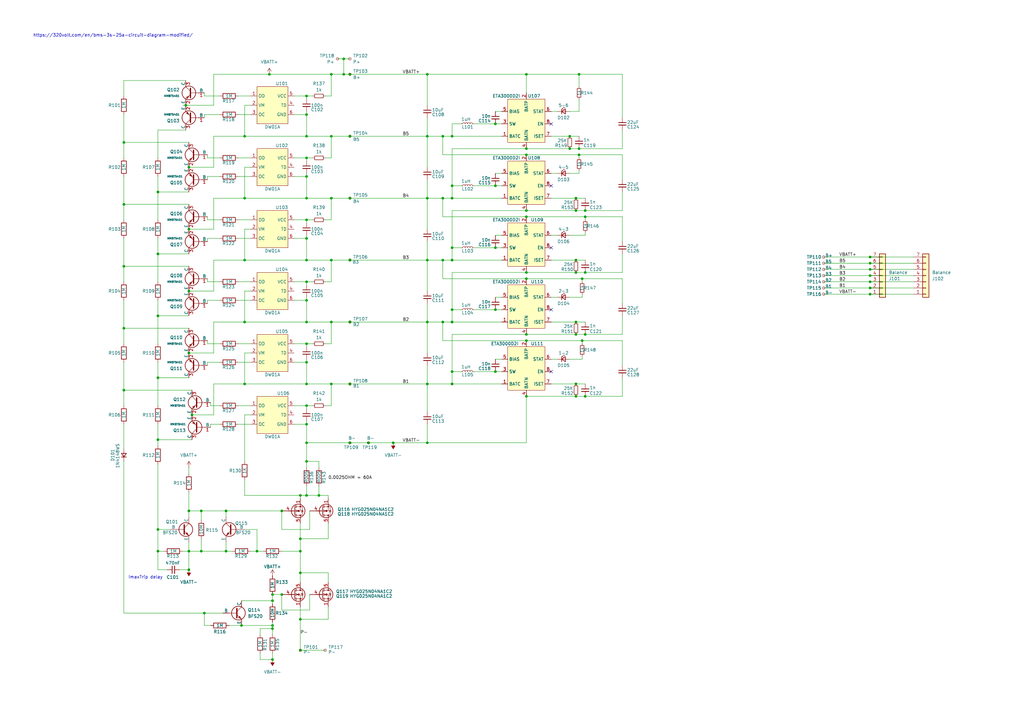
<source format=kicad_sch>
(kicad_sch (version 20250114) (generator "eeschema") (generator_version "9.0")
  (paper "A3")
  (title_block (title "BMS S6") (date "2025-10-04") (rev "1.0") (company "NicE Engineering"))
  (text "https://320volt.com/en/bms-3s-25a-circuit-diagram-modified/" (at 46.355 14.605 0) (effects (font (size 1.27 1.27))))
  (text "ImaxTrip delay" (at 59.69 236.855 0) (effects (font (size 1.27 1.27))))
  (junction (at 140.97 24.13))
  (junction (at 203.2 127))
  (junction (at 50.8 160.02))
  (junction (at 175.26 157.48))
  (junction (at 123.19 203.2))
  (junction (at 143.51 181.61))
  (junction (at 175.26 106.68))
  (junction (at 123.19 220.98))
  (junction (at 125.73 123.19))
  (junction (at 115.57 243.84))
  (junction (at 240.03 162.56))
  (junction (at 185.42 106.68))
  (junction (at 64.77 217.17))
  (junction (at 236.22 137.16))
  (junction (at 77.47 68.58))
  (junction (at 236.22 111.76))
  (junction (at 125.73 90.17))
  (junction (at 110.49 30.48))
  (junction (at 78.74 170.18))
  (junction (at 181.61 106.68))
  (junction (at 215.9 111.76))
  (junction (at 175.26 81.28))
  (junction (at 125.73 189.23))
  (junction (at 100.33 157.48))
  (junction (at 175.26 55.88))
  (junction (at 215.9 86.36))
  (junction (at 92.71 226.06))
  (junction (at 105.41 226.06))
  (junction (at 125.73 55.88))
  (junction (at 175.26 30.48))
  (junction (at 125.73 181.61))
  (junction (at 125.73 106.68))
  (junction (at 240.03 137.16))
  (junction (at 237.49 60.96))
  (junction (at 236.22 81.28))
  (junction (at 356.87 110.49))
  (junction (at 125.73 140.97))
  (junction (at 64.77 180.34))
  (junction (at 240.03 88.9))
  (junction (at 215.9 114.3))
  (junction (at 185.42 81.28))
  (junction (at 237.49 30.48))
  (junction (at 238.76 114.3))
  (junction (at 125.73 81.28))
  (junction (at 125.73 97.79))
  (junction (at 185.42 101.6))
  (junction (at 185.42 127))
  (junction (at 125.73 115.57))
  (junction (at 236.22 162.56))
  (junction (at 135.89 106.68))
  (junction (at 215.9 88.9))
  (junction (at 64.77 129.54))
  (junction (at 356.87 113.03))
  (junction (at 185.42 157.48))
  (junction (at 125.73 203.2))
  (junction (at 82.55 209.55))
  (junction (at 135.89 30.48))
  (junction (at 125.73 166.37))
  (junction (at 238.76 139.7))
  (junction (at 111.76 243.84))
  (junction (at 135.89 81.28))
  (junction (at 82.55 226.06))
  (junction (at 140.97 30.48))
  (junction (at 125.73 148.59))
  (junction (at 111.76 246.38))
  (junction (at 64.77 78.74))
  (junction (at 181.61 55.88))
  (junction (at 175.26 132.08))
  (junction (at 236.22 86.36))
  (junction (at 100.33 132.08))
  (junction (at 233.68 60.96))
  (junction (at 125.73 173.99))
  (junction (at 181.61 132.08))
  (junction (at 215.9 162.56))
  (junction (at 125.73 46.99))
  (junction (at 76.2 43.18))
  (junction (at 215.9 137.16))
  (junction (at 181.61 81.28))
  (junction (at 161.29 181.61))
  (junction (at 215.9 60.96))
  (junction (at 125.73 64.77))
  (junction (at 215.9 63.5))
  (junction (at 151.13 181.61))
  (junction (at 125.73 157.48))
  (junction (at 237.49 63.5))
  (junction (at 143.51 55.88))
  (junction (at 185.42 132.08))
  (junction (at 77.47 119.38))
  (junction (at 135.89 157.48))
  (junction (at 143.51 30.48))
  (junction (at 111.76 256.54))
  (junction (at 100.33 106.68))
  (junction (at 143.51 157.48))
  (junction (at 143.51 132.08))
  (junction (at 203.2 101.6))
  (junction (at 125.73 72.39))
  (junction (at 143.51 81.28))
  (junction (at 143.51 106.68))
  (junction (at 175.26 181.61))
  (junction (at 50.8 58.42))
  (junction (at 99.06 256.54))
  (junction (at 240.03 86.36))
  (junction (at 64.77 154.94))
  (junction (at 356.87 107.95))
  (junction (at 236.22 106.68))
  (junction (at 185.42 152.4))
  (junction (at 236.22 132.08))
  (junction (at 185.42 55.88))
  (junction (at 236.22 157.48))
  (junction (at 77.47 209.55))
  (junction (at 130.81 203.2))
  (junction (at 125.73 132.08))
  (junction (at 356.87 105.41))
  (junction (at 64.77 104.14))
  (junction (at 77.47 144.78))
  (junction (at 100.33 81.28))
  (junction (at 92.71 209.55))
  (junction (at 123.19 226.06))
  (junction (at 203.2 152.4))
  (junction (at 356.87 115.57))
  (junction (at 233.68 55.88))
  (junction (at 123.19 266.7))
  (junction (at 77.47 233.68))
  (junction (at 115.57 209.55))
  (junction (at 111.76 270.51))
  (junction (at 125.73 39.37))
  (junction (at 111.76 257.81))
  (junction (at 356.87 120.65))
  (junction (at 215.9 30.48))
  (junction (at 356.87 118.11))
  (junction (at 240.03 111.76))
  (junction (at 77.47 93.98))
  (junction (at 203.2 76.2))
  (junction (at 123.19 254))
  (junction (at 123.19 234.95))
  (junction (at 50.8 134.62))
  (junction (at 135.89 55.88))
  (junction (at 135.89 132.08))
  (junction (at 50.8 109.22))
  (junction (at 100.33 55.88))
  (junction (at 77.47 226.06))
  (junction (at 203.2 50.8))
  (junction (at 64.77 226.06))
  (junction (at 83.82 251.46))
  (junction (at 185.42 76.2))
  (junction (at 50.8 83.82))
  (junction (at 215.9 139.7))
  (no_connect (at 226.06 152.4))
  (no_connect (at 226.06 50.8))
  (no_connect (at 226.06 101.6))
  (no_connect (at 226.06 127))
  (no_connect (at 226.06 76.2))
  (wire (pts (xy 135.89 106.68) (xy 135.89 115.57)))
  (wire (pts (xy 111.76 256.54) (xy 111.76 255.27)))
  (wire (pts (xy 78.74 170.18) (xy 87.63 170.18)))
  (wire (pts (xy 185.42 157.48) (xy 185.42 152.4)))
  (wire (pts (xy 76.2 43.18) (xy 74.93 43.18)))
  (wire (pts (xy 125.73 167.64) (xy 125.73 166.37)))
  (wire (pts (xy 50.8 148.59) (xy 50.8 160.02)))
  (wire (pts (xy 97.79 166.37) (xy 102.87 166.37)))
  (wire (pts (xy 50.8 97.79) (xy 50.8 109.22)))
  (wire (pts (xy 143.51 106.68) (xy 175.26 106.68)))
  (wire (pts (xy 161.29 181.61) (xy 175.26 181.61)))
  (wire (pts (xy 50.8 160.02) (xy 78.74 160.02)))
  (wire (pts (xy 64.77 78.74) (xy 64.77 90.17)))
  (wire (pts (xy 185.42 86.36) (xy 185.42 101.6)))
  (wire (pts (xy 64.77 233.68) (xy 68.58 233.68)))
  (wire (pts (xy 236.22 86.36) (xy 240.03 86.36)))
  (wire (pts (xy 97.79 46.99) (xy 102.87 46.99)))
  (wire (pts (xy 50.8 33.02) (xy 76.2 33.02)))
  (wire (pts (xy 215.9 30.48) (xy 237.49 30.48)))
  (wire (pts (xy 125.73 72.39) (xy 125.73 81.28)))
  (wire (pts (xy 120.65 46.99) (xy 125.73 46.99)))
  (wire (pts (xy 374.65 115.57) (xy 356.87 115.57)))
  (wire (pts (xy 238.76 121.92) (xy 233.68 121.92)))
  (wire (pts (xy 374.65 110.49) (xy 356.87 110.49)))
  (wire (pts (xy 238.76 114.3) (xy 255.27 114.3)))
  (wire (pts (xy 102.87 170.18) (xy 100.33 170.18)))
  (wire (pts (xy 87.63 119.38) (xy 87.63 106.68)))
  (wire (pts (xy 237.49 30.48) (xy 237.49 35.56)))
  (wire (pts (xy 100.33 119.38) (xy 102.87 119.38)))
  (wire (pts (xy 215.9 114.3) (xy 238.76 114.3)))
  (wire (pts (xy 255.27 78.74) (xy 255.27 86.36)))
  (wire (pts (xy 175.26 30.48) (xy 175.26 43.18)))
  (wire (pts (xy 123.19 254) (xy 123.19 266.7)))
  (wire (pts (xy 215.9 137.16) (xy 185.42 137.16)))
  (wire (pts (xy 175.26 81.28) (xy 175.26 93.98)))
  (wire (pts (xy 143.51 132.08) (xy 175.26 132.08)))
  (wire (pts (xy 87.63 81.28) (xy 87.63 93.98)))
  (wire (pts (xy 83.82 46.99) (xy 90.17 46.99)))
  (wire (pts (xy 215.9 111.76) (xy 185.42 111.76)))
  (wire (pts (xy 64.77 190.5) (xy 64.77 217.17)))
  (wire (pts (xy 125.73 173.99) (xy 125.73 181.61)))
  (wire (pts (xy 120.65 39.37) (xy 125.73 39.37)))
  (wire (pts (xy 175.26 157.48) (xy 185.42 157.48)))
  (wire (pts (xy 100.33 68.58) (xy 100.33 81.28)))
  (wire (pts (xy 83.82 256.54) (xy 86.36 256.54)))
  (wire (pts (xy 125.73 45.72) (xy 125.73 46.99)))
  (wire (pts (xy 77.47 226.06) (xy 74.93 226.06)))
  (wire (pts (xy 255.27 53.34) (xy 255.27 60.96)))
  (wire (pts (xy 123.19 254) (xy 134.62 254)))
  (wire (pts (xy 64.77 148.59) (xy 64.77 154.94)))
  (wire (pts (xy 87.63 30.48) (xy 87.63 43.18)))
  (wire (pts (xy 85.09 140.97) (xy 90.17 140.97)))
  (wire (pts (xy 135.89 81.28) (xy 143.51 81.28)))
  (wire (pts (xy 50.8 123.19) (xy 50.8 134.62)))
  (wire (pts (xy 64.77 154.94) (xy 77.47 154.94)))
  (wire (pts (xy 185.42 137.16) (xy 185.42 152.4)))
  (wire (pts (xy 87.63 30.48) (xy 110.49 30.48)))
  (wire (pts (xy 123.19 203.2) (xy 125.73 203.2)))
  (wire (pts (xy 337.82 110.49) (xy 356.87 110.49)))
  (wire (pts (xy 85.09 97.79) (xy 85.09 99.06)))
  (wire (pts (xy 105.41 226.06) (xy 107.95 226.06)))
  (wire (pts (xy 100.33 68.58) (xy 102.87 68.58)))
  (wire (pts (xy 185.42 55.88) (xy 185.42 50.8)))
  (wire (pts (xy 82.55 209.55) (xy 92.71 209.55)))
  (wire (pts (xy 238.76 147.32) (xy 233.68 147.32)))
  (wire (pts (xy 97.79 173.99) (xy 102.87 173.99)))
  (wire (pts (xy 125.73 181.61) (xy 143.51 181.61)))
  (wire (pts (xy 125.73 189.23) (xy 125.73 191.77)))
  (wire (pts (xy 181.61 81.28) (xy 185.42 81.28)))
  (wire (pts (xy 125.73 39.37) (xy 128.27 39.37)))
  (wire (pts (xy 135.89 106.68) (xy 143.51 106.68)))
  (wire (pts (xy 64.77 226.06) (xy 67.31 226.06)))
  (wire (pts (xy 143.51 30.48) (xy 175.26 30.48)))
  (wire (pts (xy 85.09 64.77) (xy 85.09 63.5)))
  (wire (pts (xy 125.73 181.61) (xy 125.73 189.23)))
  (wire (pts (xy 337.82 120.65) (xy 356.87 120.65)))
  (wire (pts (xy 97.79 39.37) (xy 102.87 39.37)))
  (wire (pts (xy 175.26 124.46) (xy 175.26 132.08)))
  (wire (pts (xy 228.6 96.52) (xy 226.06 96.52)))
  (wire (pts (xy 135.89 39.37) (xy 135.89 30.48)))
  (wire (pts (xy 97.79 90.17) (xy 102.87 90.17)))
  (wire (pts (xy 175.26 30.48) (xy 215.9 30.48)))
  (wire (pts (xy 175.26 106.68) (xy 181.61 106.68)))
  (wire (pts (xy 133.35 140.97) (xy 135.89 140.97)))
  (wire (pts (xy 50.8 189.23) (xy 50.8 251.46)))
  (wire (pts (xy 64.77 154.94) (xy 64.77 166.37)))
  (wire (pts (xy 337.82 107.95) (xy 356.87 107.95)))
  (wire (pts (xy 135.89 30.48) (xy 140.97 30.48)))
  (wire (pts (xy 100.33 106.68) (xy 125.73 106.68)))
  (wire (pts (xy 215.9 111.76) (xy 236.22 111.76)))
  (wire (pts (xy 125.73 140.97) (xy 128.27 140.97)))
  (wire (pts (xy 237.49 63.5) (xy 237.49 64.77)))
  (wire (pts (xy 100.33 119.38) (xy 100.33 132.08)))
  (wire (pts (xy 175.26 181.61) (xy 215.9 181.61)))
  (wire (pts (xy 194.31 101.6) (xy 203.2 101.6)))
  (wire (pts (xy 133.35 39.37) (xy 135.89 39.37)))
  (wire (pts (xy 240.03 137.16) (xy 255.27 137.16)))
  (wire (pts (xy 215.9 114.3) (xy 181.61 114.3)))
  (wire (pts (xy 93.98 256.54) (xy 99.06 256.54)))
  (wire (pts (xy 50.8 166.37) (xy 50.8 160.02)))
  (wire (pts (xy 120.65 115.57) (xy 125.73 115.57)))
  (wire (pts (xy 106.68 260.35) (xy 106.68 257.81)))
  (wire (pts (xy 236.22 111.76) (xy 240.03 111.76)))
  (wire (pts (xy 123.19 266.7) (xy 133.35 266.7)))
  (wire (pts (xy 181.61 132.08) (xy 185.42 132.08)))
  (wire (pts (xy 240.03 111.76) (xy 255.27 111.76)))
  (wire (pts (xy 238.76 114.3) (xy 238.76 115.57)))
  (wire (pts (xy 111.76 267.97) (xy 111.76 270.51)))
  (wire (pts (xy 135.89 157.48) (xy 143.51 157.48)))
  (wire (pts (xy 189.23 152.4) (xy 185.42 152.4)))
  (wire (pts (xy 120.65 173.99) (xy 125.73 173.99)))
  (wire (pts (xy 125.73 46.99) (xy 125.73 55.88)))
  (wire (pts (xy 203.2 127) (xy 205.74 127)))
  (wire (pts (xy 102.87 43.18) (xy 100.33 43.18)))
  (wire (pts (xy 175.26 48.26) (xy 175.26 55.88)))
  (wire (pts (xy 105.41 217.17) (xy 105.41 226.06)))
  (wire (pts (xy 120.65 72.39) (xy 125.73 72.39)))
  (wire (pts (xy 175.26 99.06) (xy 175.26 106.68)))
  (wire (pts (xy 228.6 45.72) (xy 226.06 45.72)))
  (wire (pts (xy 64.77 226.06) (xy 64.77 233.68)))
  (wire (pts (xy 237.49 40.64) (xy 237.49 45.72)))
  (wire (pts (xy 87.63 81.28) (xy 100.33 81.28)))
  (wire (pts (xy 125.73 123.19) (xy 125.73 132.08)))
  (wire (pts (xy 255.27 88.9) (xy 255.27 99.06)))
  (wire (pts (xy 337.82 118.11) (xy 356.87 118.11)))
  (wire (pts (xy 97.79 72.39) (xy 102.87 72.39)))
  (wire (pts (xy 87.63 157.48) (xy 100.33 157.48)))
  (wire (pts (xy 100.33 144.78) (xy 102.87 144.78)))
  (wire (pts (xy 100.33 55.88) (xy 87.63 55.88)))
  (wire (pts (xy 181.61 63.5) (xy 181.61 55.88)))
  (wire (pts (xy 77.47 233.68) (xy 77.47 226.06)))
  (wire (pts (xy 85.09 123.19) (xy 90.17 123.19)))
  (wire (pts (xy 238.76 139.7) (xy 238.76 140.97)))
  (wire (pts (xy 205.74 71.12) (xy 203.2 71.12)))
  (wire (pts (xy 215.9 60.96) (xy 185.42 60.96)))
  (wire (pts (xy 120.65 123.19) (xy 125.73 123.19)))
  (wire (pts (xy 87.63 144.78) (xy 87.63 132.08)))
  (wire (pts (xy 115.57 226.06) (xy 123.19 226.06)))
  (wire (pts (xy 133.35 64.77) (xy 135.89 64.77)))
  (wire (pts (xy 64.77 217.17) (xy 69.85 217.17)))
  (wire (pts (xy 236.22 157.48) (xy 240.03 157.48)))
  (wire (pts (xy 50.8 58.42) (xy 77.47 58.42)))
  (wire (pts (xy 215.9 86.36) (xy 236.22 86.36)))
  (wire (pts (xy 125.73 55.88) (xy 135.89 55.88)))
  (wire (pts (xy 181.61 55.88) (xy 175.26 55.88)))
  (wire (pts (xy 111.76 270.51) (xy 106.68 270.51)))
  (wire (pts (xy 135.89 90.17) (xy 135.89 81.28)))
  (wire (pts (xy 175.26 106.68) (xy 175.26 119.38)))
  (wire (pts (xy 125.73 64.77) (xy 128.27 64.77)))
  (wire (pts (xy 125.73 40.64) (xy 125.73 39.37)))
  (wire (pts (xy 64.77 217.17) (xy 64.77 226.06)))
  (wire (pts (xy 175.26 149.86) (xy 175.26 157.48)))
  (wire (pts (xy 115.57 250.19) (xy 115.57 243.84)))
  (wire (pts (xy 175.26 173.99) (xy 175.26 181.61)))
  (wire (pts (xy 100.33 217.17) (xy 105.41 217.17)))
  (wire (pts (xy 236.22 132.08) (xy 240.03 132.08)))
  (wire (pts (xy 203.2 152.4) (xy 205.74 152.4)))
  (wire (pts (xy 120.65 166.37) (xy 125.73 166.37)))
  (wire (pts (xy 194.31 152.4) (xy 203.2 152.4)))
  (wire (pts (xy 175.26 55.88) (xy 175.26 68.58)))
  (wire (pts (xy 50.8 39.37) (xy 50.8 33.02)))
  (wire (pts (xy 82.55 226.06) (xy 82.55 220.98)))
  (wire (pts (xy 77.47 226.06) (xy 82.55 226.06)))
  (wire (pts (xy 238.76 120.65) (xy 238.76 121.92)))
  (wire (pts (xy 189.23 127) (xy 185.42 127)))
  (wire (pts (xy 185.42 55.88) (xy 181.61 55.88)))
  (wire (pts (xy 205.74 55.88) (xy 185.42 55.88)))
  (wire (pts (xy 143.51 157.48) (xy 175.26 157.48)))
  (wire (pts (xy 233.68 60.96) (xy 215.9 60.96)))
  (wire (pts (xy 106.68 257.81) (xy 111.76 257.81)))
  (wire (pts (xy 374.65 105.41) (xy 356.87 105.41)))
  (wire (pts (xy 255.27 129.54) (xy 255.27 137.16)))
  (wire (pts (xy 240.03 88.9) (xy 255.27 88.9)))
  (wire (pts (xy 125.73 97.79) (xy 125.73 106.68)))
  (wire (pts (xy 237.49 30.48) (xy 255.27 30.48)))
  (wire (pts (xy 92.71 209.55) (xy 115.57 209.55)))
  (wire (pts (xy 135.89 132.08) (xy 135.89 140.97)))
  (wire (pts (xy 100.33 55.88) (xy 125.73 55.88)))
  (wire (pts (xy 205.74 50.8) (xy 203.2 50.8)))
  (wire (pts (xy 127 250.19) (xy 115.57 250.19)))
  (wire (pts (xy 255.27 104.14) (xy 255.27 111.76)))
  (wire (pts (xy 236.22 81.28) (xy 240.03 81.28)))
  (wire (pts (xy 238.76 146.05) (xy 238.76 147.32)))
  (wire (pts (xy 125.73 132.08) (xy 135.89 132.08)))
  (wire (pts (xy 123.19 220.98) (xy 123.19 214.63)))
  (wire (pts (xy 85.09 140.97) (xy 85.09 139.7)))
  (wire (pts (xy 236.22 162.56) (xy 240.03 162.56)))
  (wire (pts (xy 134.62 254) (xy 134.62 248.92)))
  (wire (pts (xy 86.36 166.37) (xy 90.17 166.37)))
  (wire (pts (xy 100.33 132.08) (xy 125.73 132.08)))
  (wire (pts (xy 64.77 97.79) (xy 64.77 104.14)))
  (wire (pts (xy 87.63 106.68) (xy 100.33 106.68)))
  (wire (pts (xy 125.73 96.52) (xy 125.73 97.79)))
  (wire (pts (xy 83.82 251.46) (xy 91.44 251.46)))
  (wire (pts (xy 143.51 81.28) (xy 175.26 81.28)))
  (wire (pts (xy 92.71 226.06) (xy 95.25 226.06)))
  (wire (pts (xy 77.47 201.93) (xy 77.47 209.55)))
  (wire (pts (xy 100.33 170.18) (xy 100.33 189.23)))
  (wire (pts (xy 226.06 132.08) (xy 236.22 132.08)))
  (wire (pts (xy 133.35 90.17) (xy 135.89 90.17)))
  (wire (pts (xy 111.76 243.84) (xy 115.57 243.84)))
  (wire (pts (xy 50.8 46.99) (xy 50.8 58.42)))
  (wire (pts (xy 125.73 203.2) (xy 125.73 199.39)))
  (wire (pts (xy 134.62 238.76) (xy 134.62 234.95)))
  (wire (pts (xy 237.49 45.72) (xy 233.68 45.72)))
  (wire (pts (xy 97.79 115.57) (xy 102.87 115.57)))
  (wire (pts (xy 97.79 140.97) (xy 102.87 140.97)))
  (wire (pts (xy 64.77 180.34) (xy 64.77 182.88)))
  (wire (pts (xy 185.42 106.68) (xy 205.74 106.68)))
  (wire (pts (xy 100.33 81.28) (xy 125.73 81.28)))
  (wire (pts (xy 64.77 173.99) (xy 64.77 180.34)))
  (wire (pts (xy 77.47 119.38) (xy 87.63 119.38)))
  (wire (pts (xy 120.65 97.79) (xy 125.73 97.79)))
  (wire (pts (xy 100.33 157.48) (xy 125.73 157.48)))
  (wire (pts (xy 85.09 90.17) (xy 90.17 90.17)))
  (wire (pts (xy 64.77 78.74) (xy 77.47 78.74)))
  (wire (pts (xy 205.74 45.72) (xy 203.2 45.72)))
  (wire (pts (xy 226.06 55.88) (xy 233.68 55.88)))
  (wire (pts (xy 337.82 105.41) (xy 356.87 105.41)))
  (wire (pts (xy 87.63 170.18) (xy 87.63 157.48)))
  (wire (pts (xy 64.77 53.34) (xy 64.77 64.77)))
  (wire (pts (xy 125.73 148.59) (xy 125.73 157.48)))
  (wire (pts (xy 85.09 72.39) (xy 90.17 72.39)))
  (wire (pts (xy 205.74 121.92) (xy 203.2 121.92)))
  (wire (pts (xy 228.6 147.32) (xy 226.06 147.32)))
  (wire (pts (xy 100.33 93.98) (xy 100.33 106.68)))
  (wire (pts (xy 111.76 257.81) (xy 111.76 260.35)))
  (wire (pts (xy 127 217.17) (xy 115.57 217.17)))
  (wire (pts (xy 99.06 246.38) (xy 111.76 246.38)))
  (wire (pts (xy 226.06 81.28) (xy 236.22 81.28)))
  (wire (pts (xy 125.73 116.84) (xy 125.73 115.57)))
  (wire (pts (xy 83.82 251.46) (xy 83.82 256.54)))
  (wire (pts (xy 240.03 95.25) (xy 240.03 96.52)))
  (wire (pts (xy 77.47 222.25) (xy 77.47 226.06)))
  (wire (pts (xy 255.27 154.94) (xy 255.27 162.56)))
  (wire (pts (xy 123.19 226.06) (xy 123.19 234.95)))
  (wire (pts (xy 237.49 71.12) (xy 233.68 71.12)))
  (wire (pts (xy 50.8 90.17) (xy 50.8 83.82)))
  (wire (pts (xy 226.06 157.48) (xy 236.22 157.48)))
  (wire (pts (xy 106.68 267.97) (xy 106.68 270.51)))
  (wire (pts (xy 130.81 189.23) (xy 130.81 191.77)))
  (wire (pts (xy 123.19 220.98) (xy 134.62 220.98)))
  (wire (pts (xy 85.09 148.59) (xy 85.09 149.86)))
  (wire (pts (xy 64.77 53.34) (xy 76.2 53.34)))
  (wire (pts (xy 194.31 127) (xy 203.2 127)))
  (wire (pts (xy 185.42 106.68) (xy 185.42 101.6)))
  (wire (pts (xy 233.68 60.96) (xy 237.49 60.96)))
  (wire (pts (xy 83.82 39.37) (xy 83.82 38.1)))
  (wire (pts (xy 64.77 129.54) (xy 64.77 140.97)))
  (wire (pts (xy 175.26 73.66) (xy 175.26 81.28)))
  (wire (pts (xy 82.55 226.06) (xy 92.71 226.06)))
  (wire (pts (xy 185.42 132.08) (xy 185.42 127)))
  (wire (pts (xy 240.03 162.56) (xy 255.27 162.56)))
  (wire (pts (xy 181.61 106.68) (xy 185.42 106.68)))
  (wire (pts (xy 125.73 115.57) (xy 128.27 115.57)))
  (wire (pts (xy 110.49 30.48) (xy 135.89 30.48)))
  (wire (pts (xy 97.79 97.79) (xy 102.87 97.79)))
  (wire (pts (xy 76.2 43.18) (xy 87.63 43.18)))
  (wire (pts (xy 85.09 90.17) (xy 85.09 88.9)))
  (wire (pts (xy 50.8 64.77) (xy 50.8 58.42)))
  (wire (pts (xy 86.36 166.37) (xy 86.36 165.1)))
  (wire (pts (xy 123.19 203.2) (xy 123.19 204.47)))
  (wire (pts (xy 77.47 191.77) (xy 77.47 194.31)))
  (wire (pts (xy 111.76 246.38) (xy 111.76 247.65)))
  (wire (pts (xy 125.73 142.24) (xy 125.73 140.97)))
  (wire (pts (xy 175.26 132.08) (xy 181.61 132.08)))
  (wire (pts (xy 77.47 104.14) (xy 64.77 104.14)))
  (wire (pts (xy 125.73 166.37) (xy 128.27 166.37)))
  (wire (pts (xy 86.36 173.99) (xy 86.36 175.26)))
  (wire (pts (xy 127 243.84) (xy 127 250.19)))
  (wire (pts (xy 83.82 46.99) (xy 83.82 48.26)))
  (wire (pts (xy 189.23 101.6) (xy 185.42 101.6)))
  (wire (pts (xy 120.65 64.77) (xy 125.73 64.77)))
  (wire (pts (xy 50.8 83.82) (xy 77.47 83.82)))
  (wire (pts (xy 215.9 63.5) (xy 237.49 63.5)))
  (wire (pts (xy 77.47 68.58) (xy 87.63 68.58)))
  (wire (pts (xy 203.2 76.2) (xy 205.74 76.2)))
  (wire (pts (xy 50.8 173.99) (xy 50.8 184.15)))
  (wire (pts (xy 175.26 157.48) (xy 175.26 168.91)))
  (wire (pts (xy 134.62 234.95) (xy 123.19 234.95)))
  (wire (pts (xy 185.42 111.76) (xy 185.42 127)))
  (wire (pts (xy 77.47 93.98) (xy 87.63 93.98)))
  (wire (pts (xy 215.9 86.36) (xy 185.42 86.36)))
  (wire (pts (xy 205.74 96.52) (xy 203.2 96.52)))
  (wire (pts (xy 92.71 212.09) (xy 92.71 209.55)))
  (wire (pts (xy 85.09 72.39) (xy 85.09 73.66)))
  (wire (pts (xy 135.89 132.08) (xy 143.51 132.08)))
  (wire (pts (xy 100.33 203.2) (xy 123.19 203.2)))
  (wire (pts (xy 102.87 93.98) (xy 100.33 93.98)))
  (wire (pts (xy 215.9 139.7) (xy 238.76 139.7)))
  (wire (pts (xy 102.87 226.06) (xy 105.41 226.06)))
  (wire (pts (xy 181.61 88.9) (xy 181.61 81.28)))
  (wire (pts (xy 215.9 137.16) (xy 236.22 137.16)))
  (wire (pts (xy 151.13 181.61) (xy 161.29 181.61)))
  (wire (pts (xy 143.51 55.88) (xy 175.26 55.88)))
  (wire (pts (xy 123.19 234.95) (xy 123.19 238.76)))
  (wire (pts (xy 203.2 50.8) (xy 194.31 50.8)))
  (wire (pts (xy 240.03 96.52) (xy 233.68 96.52)))
  (wire (pts (xy 215.9 88.9) (xy 240.03 88.9)))
  (wire (pts (xy 125.73 203.2) (xy 130.81 203.2)))
  (wire (pts (xy 236.22 106.68) (xy 240.03 106.68)))
  (wire (pts (xy 140.97 24.13) (xy 143.51 24.13)))
  (wire (pts (xy 240.03 88.9) (xy 240.03 90.17)))
  (wire (pts (xy 73.66 233.68) (xy 77.47 233.68)))
  (wire (pts (xy 185.42 157.48) (xy 205.74 157.48)))
  (wire (pts (xy 100.33 144.78) (xy 100.33 157.48)))
  (wire (pts (xy 181.61 139.7) (xy 181.61 132.08)))
  (wire (pts (xy 125.73 71.12) (xy 125.73 72.39)))
  (wire (pts (xy 125.73 157.48) (xy 135.89 157.48)))
  (wire (pts (xy 238.76 139.7) (xy 255.27 139.7)))
  (wire (pts (xy 50.8 140.97) (xy 50.8 134.62)))
  (wire (pts (xy 64.77 72.39) (xy 64.77 78.74)))
  (wire (pts (xy 337.82 115.57) (xy 356.87 115.57)))
  (wire (pts (xy 255.27 63.5) (xy 255.27 73.66)))
  (wire (pts (xy 86.36 173.99) (xy 90.17 173.99)))
  (wire (pts (xy 140.97 24.13) (xy 140.97 30.48)))
  (wire (pts (xy 123.19 254) (xy 123.19 248.92)))
  (wire (pts (xy 120.65 140.97) (xy 125.73 140.97)))
  (wire (pts (xy 85.09 115.57) (xy 90.17 115.57)))
  (wire (pts (xy 134.62 203.2) (xy 134.62 204.47)))
  (wire (pts (xy 255.27 114.3) (xy 255.27 124.46)))
  (wire (pts (xy 140.97 30.48) (xy 143.51 30.48)))
  (wire (pts (xy 215.9 63.5) (xy 181.61 63.5)))
  (wire (pts (xy 133.35 115.57) (xy 135.89 115.57)))
  (wire (pts (xy 374.65 113.03) (xy 356.87 113.03)))
  (wire (pts (xy 175.26 132.08) (xy 175.26 144.78)))
  (wire (pts (xy 120.65 90.17) (xy 125.73 90.17)))
  (wire (pts (xy 77.47 144.78) (xy 87.63 144.78)))
  (wire (pts (xy 337.82 113.03) (xy 356.87 113.03)))
  (wire (pts (xy 194.31 76.2) (xy 203.2 76.2)))
  (wire (pts (xy 237.49 69.85) (xy 237.49 71.12)))
  (wire (pts (xy 189.23 50.8) (xy 185.42 50.8)))
  (wire (pts (xy 64.77 123.19) (xy 64.77 129.54)))
  (wire (pts (xy 77.47 212.09) (xy 77.47 209.55)))
  (wire (pts (xy 120.65 148.59) (xy 125.73 148.59)))
  (wire (pts (xy 215.9 162.56) (xy 215.9 181.61)))
  (wire (pts (xy 185.42 132.08) (xy 205.74 132.08)))
  (wire (pts (xy 125.73 90.17) (xy 128.27 90.17)))
  (wire (pts (xy 85.09 123.19) (xy 85.09 124.46)))
  (wire (pts (xy 99.06 256.54) (xy 111.76 256.54)))
  (wire (pts (xy 127 209.55) (xy 127 217.17)))
  (wire (pts (xy 125.73 106.68) (xy 135.89 106.68)))
  (wire (pts (xy 111.76 243.84) (xy 111.76 246.38)))
  (wire (pts (xy 185.42 60.96) (xy 185.42 76.2)))
  (wire (pts (xy 205.74 147.32) (xy 203.2 147.32)))
  (wire (pts (xy 215.9 162.56) (xy 236.22 162.56)))
  (wire (pts (xy 228.6 71.12) (xy 226.06 71.12)))
  (wire (pts (xy 85.09 148.59) (xy 90.17 148.59)))
  (wire (pts (xy 135.89 55.88) (xy 143.51 55.88)))
  (wire (pts (xy 97.79 123.19) (xy 102.87 123.19)))
  (wire (pts (xy 85.09 115.57) (xy 85.09 114.3)))
  (wire (pts (xy 50.8 72.39) (xy 50.8 83.82)))
  (wire (pts (xy 143.51 181.61) (xy 151.13 181.61)))
  (wire (pts (xy 130.81 203.2) (xy 134.62 203.2)))
  (wire (pts (xy 50.8 109.22) (xy 77.47 109.22)))
  (wire (pts (xy 240.03 86.36) (xy 255.27 86.36)))
  (wire (pts (xy 215.9 38.1) (xy 215.9 30.48)))
  (wire (pts (xy 97.79 148.59) (xy 102.87 148.59)))
  (wire (pts (xy 77.47 209.55) (xy 82.55 209.55)))
  (wire (pts (xy 185.42 81.28) (xy 185.42 76.2)))
  (wire (pts (xy 134.62 220.98) (xy 134.62 214.63)))
  (wire (pts (xy 115.57 217.17) (xy 115.57 209.55)))
  (wire (pts (xy 236.22 137.16) (xy 240.03 137.16)))
  (wire (pts (xy 374.65 120.65) (xy 356.87 120.65)))
  (wire (pts (xy 97.79 64.77) (xy 102.87 64.77)))
  (wire (pts (xy 100.33 196.85) (xy 100.33 203.2)))
  (wire (pts (xy 125.73 147.32) (xy 125.73 148.59)))
  (wire (pts (xy 185.42 81.28) (xy 205.74 81.28)))
  (wire (pts (xy 85.09 97.79) (xy 90.17 97.79)))
  (wire (pts (xy 100.33 43.18) (xy 100.33 55.88)))
  (wire (pts (xy 111.76 256.54) (xy 111.76 257.81)))
  (wire (pts (xy 64.77 180.34) (xy 78.74 180.34)))
  (wire (pts (xy 215.9 139.7) (xy 181.61 139.7)))
  (wire (pts (xy 255.27 60.96) (xy 237.49 60.96)))
  (wire (pts (xy 133.35 166.37) (xy 135.89 166.37)))
  (wire (pts (xy 50.8 115.57) (xy 50.8 109.22)))
  (wire (pts (xy 123.19 220.98) (xy 123.19 226.06)))
  (wire (pts (xy 83.82 39.37) (xy 90.17 39.37)))
  (wire (pts (xy 237.49 63.5) (xy 255.27 63.5)))
  (wire (pts (xy 215.9 88.9) (xy 181.61 88.9)))
  (wire (pts (xy 374.65 118.11) (xy 356.87 118.11)))
  (wire (pts (xy 189.23 76.2) (xy 185.42 76.2)))
  (wire (pts (xy 64.77 129.54) (xy 77.47 129.54)))
  (wire (pts (xy 125.73 189.23) (xy 130.81 189.23)))
  (wire (pts (xy 125.73 66.04) (xy 125.73 64.77)))
  (wire (pts (xy 233.68 55.88) (xy 237.49 55.88)))
  (wire (pts (xy 135.89 157.48) (xy 135.89 166.37)))
  (wire (pts (xy 226.06 106.68) (xy 236.22 106.68)))
  (wire (pts (xy 374.65 107.95) (xy 356.87 107.95)))
  (wire (pts (xy 181.61 114.3) (xy 181.61 106.68)))
  (wire (pts (xy 87.63 132.08) (xy 100.33 132.08)))
  (wire (pts (xy 255.27 30.48) (xy 255.27 48.26)))
  (wire (pts (xy 87.63 55.88) (xy 87.63 68.58)))
  (wire (pts (xy 130.81 199.39) (xy 130.81 203.2)))
  (wire (pts (xy 175.26 81.28) (xy 181.61 81.28)))
  (wire (pts (xy 82.55 213.36) (xy 82.55 209.55)))
  (wire (pts (xy 125.73 172.72) (xy 125.73 173.99)))
  (wire (pts (xy 203.2 101.6) (xy 205.74 101.6)))
  (wire (pts (xy 255.27 139.7) (xy 255.27 149.86)))
  (wire (pts (xy 228.6 121.92) (xy 226.06 121.92)))
  (wire (pts (xy 92.71 222.25) (xy 92.71 226.06)))
  (wire (pts (xy 85.09 64.77) (xy 90.17 64.77)))
  (wire (pts (xy 125.73 81.28) (xy 135.89 81.28)))
  (wire (pts (xy 125.73 91.44) (xy 125.73 90.17)))
  (wire (pts (xy 135.89 55.88) (xy 135.89 64.77)))
  (wire (pts (xy 50.8 251.46) (xy 83.82 251.46)))
  (wire (pts (xy 50.8 134.62) (xy 77.47 134.62)))
  (wire (pts (xy 64.77 104.14) (xy 64.77 115.57)))
  (wire (pts (xy 125.73 121.92) (xy 125.73 123.19)))
  (wire (pts (xy 138.43 24.13) (xy 140.97 24.13)))
  (label "VBATT-" (at 165.1 181.61 0))
  (label "0.0025OHM = 60A" (at 134.62 196.85 0))
  (label "P-" (at 123.19 260.35 0))
  (label "VBATT-" (at 344.17 120.65 0))
  (label "B2" (at 165.1 132.08 0))
  (label "B1" (at 165.1 157.48 0))
  (label "B5" (at 165.1 55.88 0))
  (label "B2" (at 344.17 115.57 0))
  (label "" (at 149.86 181.61 0))
  (label "VBATT+" (at 344.17 105.41 0))
  (label "B4" (at 344.17 110.49 0))
  (label "B3" (at 165.1 106.68 0))
  (label "B1" (at 344.17 118.11 0))
  (label "VBATT+" (at 165.1 30.48 0))
  (label "B4" (at 165.1 81.28 0))
  (label "B3" (at 344.17 113.03 0))
  (label "B5" (at 344.17 107.95 0))
  (symbol (lib_id "Device:R") (at 77.47 198.12 180) (unit 1)
    (property "Reference" "R114" (at 76.2 198.12 0) (effects (justify left)))
    (property "Value" "1M" (at 77.47 198.12 90))
    (property "Footprint" "A_Device:R_0603" (effects (hide yes)))
    (property "LCSC" "C22935" (effects (hide yes)))
  )
  (symbol (lib_id "PCM_JLCPCB-Transistors:PNP,MMBT5401") (at 80.01 63.5 0) (mirror y) (unit 1)
    (property "Reference" "Q104" (at 74.93 62.2299 0) (effects (justify left)))
    (property "Value" "MMBT5401" (at 74.93 64.77 0) (effects (font (size 0.8 0.8)) (justify left)))
    (property "Footprint" "PCM_JLCPCB:Q_SOT-23" (effects (hide yes)))
    (property "Datasheet" "https://wmsc.lcsc.com/wmsc/upload/file/pdf/v2/lcsc/2312221203_hongjiacheng-MMBT5401_C7420356.pdf" (effects (hide yes)))
    (property "Description" "160V 300mW 100@10mA,5.0V 600mA PNP SOT-23 Bipolar (BJT) ROHS" (effects (hide yes)))
    (property "LCSC" "C7420356" (effects (hide yes)))
    (property "Stock" "579901" (effects (hide yes)))
    (property "Price" "0.016USD" (effects (hide yes)))
    (property "Process" "SMT" (effects (hide yes)))
    (property "Minimum Qty" "10" (effects (hide yes)))
    (property "Attrition Qty" "5" (effects (hide yes)))
    (property "Class" "Preferred Component" (effects (hide yes)))
    (property "Category" "Triode/MOS Tube/Transistor,Bipolar Transistors - BJT" (effects (hide yes)))
    (property "Manufacturer" "hongjiacheng" (effects (hide yes)))
    (property "Part" "MMBT5401" (effects (hide yes)))
    (property "Transition Frequency (fT)" "100MHz" (effects (hide yes)))
    (property "Operating Temperature" "-55°C~+150°C" (effects (hide yes)))
    (property "Collector Cut-Off Current (Icbo)" "100nA" (effects (hide yes)))
    (property "Transistor Type" "PNP" (effects (hide yes)))
    (property "DC Current Gain (hFE@Ic,Vce)" "100@10mA,5.0V" (effects (hide yes)))
    (property "Power Dissipation (Pd)" "300mW" (effects (hide yes)))
    (property "Collector Current (Ic)" "600mA" (effects (hide yes)))
    (property "Collector-Emitter Saturation Voltage (VCE(sat)@Ic,Ib)" "0.2V@10mA,1.0mA" (effects (hide yes)))
    (property "Collector-Emitter Breakdown Voltage (Vceo)" "160V" (effects (hide yes)))
  )
  (symbol (lib_id "Device:R") (at 50.8 68.58 180) (unit 1)
    (property "Reference" "R102" (at 49.53 68.58 0) (effects (justify left)))
    (property "Value" "1M" (at 50.8 68.58 90))
    (property "Footprint" "A_Device:R_0603" (effects (hide yes)))
    (property "LCSC" "C22935" (effects (hide yes)))
  )
  (symbol (lib_id "Transistor_FET:BSC082N10LSG") (at 120.65 243.84 0) (unit 1)
    (property "Reference" "Q117" (at 137.795 242.57 0) (effects (justify left)))
    (property "Value" "HYG025N04NA1C2" (at 143.51 244.475 0) (effects (justify left)))
    (property "Footprint" "Package_DFN_QFN:PQFN-8-EP_6x5mm_P1.27mm_Generic" (effects (hide yes)))
    (property "LCSC" "C2917677" (effects (hide yes)))
  )
  (symbol (lib_id "Device:R") (at 93.98 140.97 270) (unit 1)
    (property "Reference" "R125" (at 91.186 143.002 90) (effects (justify left)))
    (property "Value" "1M" (at 93.98 140.97 90))
    (property "Footprint" "A_Device:R_0603" (effects (hide yes)))
    (property "LCSC" "C22935" (effects (hide yes)))
  )
  (symbol (lib_id "Device:R") (at 111.76 226.06 270) (unit 1)
    (property "Reference" "R132" (at 108.966 228.092 90) (effects (justify left)))
    (property "Value" "1M" (at 111.76 226.06 90))
    (property "Footprint" "A_Device:R_0603" (effects (hide yes)))
    (property "LCSC" "C22935" (effects (hide yes)))
  )
  (symbol (lib_id "Connector:TestPoint_Small") (at 337.82 110.49 0) (unit 1)
    (property "Reference" "TP112" (at 330.835 110.49 0) (effects (justify left)))
    (property "Value" "B4" (at 338.455 109.855 0) (effects (justify left)))
    (property "Footprint" "TestPoint:TestPoint_Pad_D1.5mm" (effects (hide yes)))
    (property "Description" "test point" (effects (hide yes)))
  )
  (symbol (lib_id "Device:C_Small") (at 255.27 127 0) (unit 1)
    (property "Reference" "C127" (at 257.175 128.27 0) (effects (justify left)))
    (property "Value" "22uF" (at 257.175 126.365 0) (effects (justify left)))
    (property "Footprint" "A_Device:C_0805" (effects (hide yes)))
    (property "Description" "Unpolarized capacitor, small symbol" (effects (hide yes)))
    (property "LCSC" "C45783" (effects (hide yes)))
  )
  (symbol (lib_id "NicE:NPN_123_BEC") (at 74.93 217.17 0) (unit 1)
    (property "Reference" "Q101" (at 67.945 213.995 0) (effects (justify left)))
    (property "Value" "BFS20" (at 66.675 218.44 0) (effects (justify left)))
    (property "Footprint" "A_IC_SOT:SOT-23_jlc" (effects (hide yes)))
    (property "Datasheet" "https://ngspice.sourceforge.io/docs/ngspice-html-manual/manual.xhtml#cha_BJTs" (effects (hide yes)))
    (property "Description" "Bipolar transistor symbol for simulation only, substrate tied to the emitter" (effects (hide yes)))
    (property "Sim.Device" "NPN" (effects (hide yes)))
    (property "Sim.Type" "GUMMELPOON" (effects (hide yes)))
    (property "Sim.Pins" "1=B 2=E 3=C" (effects (hide yes)))
    (property "LCSC" "C73088" (effects (hide yes)))
  )
  (symbol (lib_id "NicE:ETA3000D2I") (at 215.9 127 0) (mirror y) (unit 1)
    (property "Reference" "U110" (at 222.885 115.57 0) (effects (justify left)))
    (property "Value" "ETA3000D2I" (at 213.36 115.57 0) (effects (justify left)))
    (property "Footprint" "Package_DFN_QFN:DFN-8-1EP_2x2mm_P0.5mm_EP0.6x1.2mm" (effects (hide yes)))
    (property "Datasheet" "https://jlcpcb.com/api/file/downloadByFileSystemAccessId/8590906238458667008" (effects (hide yes)))
    (property "LCSC" "C7465544" (effects (hide yes)))
  )
  (symbol (lib_id "Device:R") (at 50.8 170.18 180) (unit 1)
    (property "Reference" "R106" (at 49.53 170.18 0) (effects (justify left)))
    (property "Value" "1M" (at 50.8 170.18 90))
    (property "Footprint" "A_Device:R_0603" (effects (hide yes)))
    (property "LCSC" "C22935" (effects (hide yes)))
  )
  (symbol (lib_id "Device:C_Small") (at 203.2 149.86 0) (mirror y) (unit 1)
    (property "Reference" "C118" (at 201.295 151.13 0) (effects (justify left)))
    (property "Value" "10n" (at 201.295 149.225 0) (effects (justify left)))
    (property "Footprint" "A_Device:C_0603" (effects (hide yes)))
    (property "LCSC" "C1589" (effects (hide yes)))
  )
  (symbol (lib_id "Device:R") (at 50.8 93.98 180) (unit 1)
    (property "Reference" "R103" (at 49.53 93.98 0) (effects (justify left)))
    (property "Value" "1M" (at 50.8 93.98 90))
    (property "Footprint" "A_Device:R_0603" (effects (hide yes)))
    (property "LCSC" "C22935" (effects (hide yes)))
  )
  (symbol (lib_id "Device:R") (at 93.98 173.99 270) (unit 1)
    (property "Reference" "R128" (at 91.186 176.022 90) (effects (justify left)))
    (property "Value" "1M" (at 93.98 173.99 90))
    (property "Footprint" "A_Device:R_0603" (effects (hide yes)))
    (property "LCSC" "C22935" (effects (hide yes)))
  )
  (symbol (lib_id "Device:R_Small") (at 238.76 118.11 180) (unit 1)
    (property "Reference" "R147" (at 241.935 118.11 0))
    (property "Value" "1k" (at 238.76 118.11 90))
    (property "Footprint" "A_Device:R_0603" (effects (hide yes)))
    (property "LCSC" "C21190" (effects (hide yes)))
  )
  (symbol (lib_id "Device:LED_Small") (at 231.14 96.52 0) (unit 1)
    (property "Reference" "D106" (at 231.14 99.06 0))
    (property "Value" "4-3" (at 231.14 93.98 0))
    (property "Footprint" "A_Passive:LED_0805" (effects (hide yes)))
    (property "Datasheet" "https://datasheet.lcsc.com/szlcsc/Hubei-KENTO-Elec-KT-0603R_C2286.pdf" (effects (hide yes)))
    (property "LCSC" "C2297" (effects (hide yes)))
  )
  (symbol (lib_id "Connector_Generic:Conn_01x07") (at 379.73 113.03 0) (mirror x) (unit 1)
    (property "Reference" "J102" (at 382.27 114.3001 0) (effects (justify left)))
    (property "Value" "Balance" (at 382.27 111.7601 0) (effects (justify left)))
    (property "Footprint" "Connector_JST:JST_XH_B7B-XH-A_1x07_P2.50mm_Vertical" (effects (hide yes)))
    (property "Description" "Generic connector, single row, 01x07, script generated (kicad-library-utils/schlib/autogen/connector/)" (effects (hide yes)))
    (property "LCSC" "C144398" (effects (hide yes)))
    (property "MFN" "B7B-XH-A(LF)(SN)" (effects (hide yes)))
  )
  (symbol (lib_id "power:VSS") (at 77.47 233.68 180) (unit 1)
    (property "Reference" "#PWR0102" (effects (hide yes)))
    (property "Value" "VBATT-" (at 77.47 238.76 0))
    (property "Description" "Power symbol creates a global label with name \"VSS\"" (effects (hide yes)))
  )
  (symbol (lib_id "Connector:TestPoint_Small") (at 133.35 266.7 0) (unit 1)
    (property "Reference" "TP117" (at 134.62 265.4299 0) (effects (justify left)))
    (property "Value" "P-" (at 134.62 267.462 0) (effects (justify left)))
    (property "Footprint" "A_Misc:TestPad_7x8" (effects (hide yes)))
    (property "Description" "test point" (effects (hide yes)))
  )
  (symbol (lib_id "PCM_JLCPCB-Transistors:PNP,MMBT5401") (at 80.01 88.9 0) (mirror y) (unit 1)
    (property "Reference" "Q106" (at 74.93 87.6299 0) (effects (justify left)))
    (property "Value" "MMBT5401" (at 74.93 90.17 0) (effects (font (size 0.8 0.8)) (justify left)))
    (property "Footprint" "PCM_JLCPCB:Q_SOT-23" (effects (hide yes)))
    (property "Datasheet" "https://wmsc.lcsc.com/wmsc/upload/file/pdf/v2/lcsc/2312221203_hongjiacheng-MMBT5401_C7420356.pdf" (effects (hide yes)))
    (property "Description" "160V 300mW 100@10mA,5.0V 600mA PNP SOT-23 Bipolar (BJT) ROHS" (effects (hide yes)))
    (property "LCSC" "C7420356" (effects (hide yes)))
    (property "Stock" "579901" (effects (hide yes)))
    (property "Price" "0.016USD" (effects (hide yes)))
    (property "Process" "SMT" (effects (hide yes)))
    (property "Minimum Qty" "10" (effects (hide yes)))
    (property "Attrition Qty" "5" (effects (hide yes)))
    (property "Class" "Preferred Component" (effects (hide yes)))
    (property "Category" "Triode/MOS Tube/Transistor,Bipolar Transistors - BJT" (effects (hide yes)))
    (property "Manufacturer" "hongjiacheng" (effects (hide yes)))
    (property "Part" "MMBT5401" (effects (hide yes)))
    (property "Transition Frequency (fT)" "100MHz" (effects (hide yes)))
    (property "Operating Temperature" "-55°C~+150°C" (effects (hide yes)))
    (property "Collector Cut-Off Current (Icbo)" "100nA" (effects (hide yes)))
    (property "Transistor Type" "PNP" (effects (hide yes)))
    (property "DC Current Gain (hFE@Ic,Vce)" "100@10mA,5.0V" (effects (hide yes)))
    (property "Power Dissipation (Pd)" "300mW" (effects (hide yes)))
    (property "Collector Current (Ic)" "600mA" (effects (hide yes)))
    (property "Collector-Emitter Saturation Voltage (VCE(sat)@Ic,Ib)" "0.2V@10mA,1.0mA" (effects (hide yes)))
    (property "Collector-Emitter Breakdown Voltage (Vceo)" "160V" (effects (hide yes)))
  )
  (symbol (lib_id "Device:R") (at 93.98 90.17 270) (unit 1)
    (property "Reference" "R121" (at 91.186 92.202 90) (effects (justify left)))
    (property "Value" "1M" (at 93.98 90.17 90))
    (property "Footprint" "A_Device:R_0603" (effects (hide yes)))
    (property "LCSC" "C22935" (effects (hide yes)))
  )
  (symbol (lib_id "NicE:DW01A") (at 111.76 119.38 0) (unit 1)
    (property "Reference" "U104" (at 115.57 110.49 0))
    (property "Value" "DW01A" (at 111.76 128.27 0))
    (property "Footprint" "Package_TO_SOT_SMD:SOT-23-6" (effects (hide yes)))
    (property "Datasheet" "chrome-extension://efaidnbmnnnibpcajpcglclefindmkaj/https://jlcpcb.com/api/file/downloadByFileSystemAccessId/8588911190571827200" (effects (hide yes)))
    (property "LCSC" "C351410" (effects (hide yes)))
  )
  (symbol (lib_id "Device:R") (at 71.12 226.06 270) (unit 1)
    (property "Reference" "R113" (at 68.326 228.092 90) (effects (justify left)))
    (property "Value" "1M" (at 71.12 226.06 90))
    (property "Footprint" "A_Device:R_0603" (effects (hide yes)))
    (property "LCSC" "C22935" (effects (hide yes)))
  )
  (symbol (lib_id "Device:C_Small") (at 125.73 68.58 0) (unit 1)
    (property "Reference" "C103" (at 127.508 70.358 0) (effects (justify left)))
    (property "Value" "100n" (at 127.508 68.58 0) (effects (justify left)))
    (property "Footprint" "A_Device:C_0603" (effects (hide yes)))
    (property "LCSC" "C14663" (effects (hide yes)))
  )
  (symbol (lib_id "Device:R") (at 64.77 93.98 180) (unit 1)
    (property "Reference" "R108" (at 63.5 93.98 0) (effects (justify left)))
    (property "Value" "1M" (at 64.77 93.98 90))
    (property "Footprint" "A_Device:R_0603" (effects (hide yes)))
    (property "LCSC" "C22935" (effects (hide yes)))
  )
  (symbol (lib_id "Device:R_Small") (at 240.03 92.71 180) (unit 1)
    (property "Reference" "R146" (at 243.205 92.71 0))
    (property "Value" "1k" (at 240.03 92.71 90))
    (property "Footprint" "A_Device:R_0603" (effects (hide yes)))
    (property "LCSC" "C21190" (effects (hide yes)))
  )
  (symbol (lib_id "Device:C_Small") (at 175.26 96.52 0) (unit 1)
    (property "Reference" "C110" (at 177.165 97.79 0) (effects (justify left)))
    (property "Value" "10uF" (at 177.165 95.885 0) (effects (justify left)))
    (property "Footprint" "A_Device:C_0805" (effects (hide yes)))
    (property "Description" "Unpolarized capacitor, small symbol" (effects (hide yes)))
    (property "LCSC" "C15850" (effects (hide yes)))
  )
  (symbol (lib_id "Device:R_Small") (at 130.81 39.37 90) (unit 1)
    (property "Reference" "R137" (at 130.81 34.29 90))
    (property "Value" "1k" (at 130.81 36.83 90))
    (property "Footprint" "A_Device:R_0603" (effects (hide yes)))
    (property "LCSC" "C21190" (effects (hide yes)))
  )
  (symbol (lib_id "Transistor_FET:BSC082N10LSG") (at 132.08 209.55 0) (mirror x) (unit 1)
    (property "Reference" "Q118" (at 138.43 210.82 0) (effects (justify left)))
    (property "Value" "HYG025N04NA1C2" (at 144.145 208.915 0) (effects (justify left)))
    (property "Footprint" "Package_DFN_QFN:PQFN-8-EP_6x5mm_P1.27mm_Generic" (effects (hide yes)))
    (property "Datasheet" "https://www.lcsc.com/datasheet/C2917677.pdf" (effects (hide yes)))
    (property "LCSC" "C2917677" (effects (hide yes)))
  )
  (symbol (lib_id "Device:C_Small") (at 125.73 93.98 0) (unit 1)
    (property "Reference" "C104" (at 127.508 95.758 0) (effects (justify left)))
    (property "Value" "100n" (at 127.508 93.98 0) (effects (justify left)))
    (property "Footprint" "A_Device:C_0603" (effects (hide yes)))
    (property "LCSC" "C14663" (effects (hide yes)))
  )
  (symbol (lib_id "Device:C_Small") (at 240.03 160.02 0) (unit 1)
    (property "Reference" "C122" (at 241.808 161.29 0) (effects (justify left)))
    (property "Value" "1n" (at 241.808 159.004 0) (effects (justify left)))
    (property "Footprint" "A_Device:C_0603" (effects (hide yes)))
    (property "LCSC" "C1588" (effects (hide yes)))
  )
  (symbol (lib_id "Device:R_Small") (at 236.22 83.82 0) (unit 1)
    (property "Reference" "R153" (at 232.664 85.09 0))
    (property "Value" "25K" (at 233.172 83.058 0))
    (property "Footprint" "A_Device:R_0603" (effects (hide yes)))
  )
  (symbol (lib_id "Device:R") (at 64.77 144.78 180) (unit 1)
    (property "Reference" "R110" (at 63.5 144.78 0) (effects (justify left)))
    (property "Value" "1M" (at 64.77 144.78 90))
    (property "Footprint" "A_Device:R_0603" (effects (hide yes)))
    (property "LCSC" "C22935" (effects (hide yes)))
  )
  (symbol (lib_id "Device:R_Small") (at 238.76 143.51 180) (unit 1)
    (property "Reference" "R148" (at 241.935 143.51 0))
    (property "Value" "1k" (at 238.76 143.51 90))
    (property "Footprint" "A_Device:R_0603" (effects (hide yes)))
    (property "LCSC" "C21190" (effects (hide yes)))
  )
  (symbol (lib_id "Connector:TestPoint_Small") (at 138.43 24.13 0) (mirror y) (unit 1)
    (property "Reference" "TP118" (at 137.16 22.8599 0) (effects (justify left)))
    (property "Value" "P+" (at 137.16 25.3999 0) (effects (justify left)))
    (property "Footprint" "A_Misc:TestPad_7x8" (effects (hide yes)))
    (property "Description" "test point" (effects (hide yes)))
  )
  (symbol (lib_id "Device:C_Small") (at 71.12 233.68 90) (unit 1)
    (property "Reference" "C101" (at 73.406 236.728 90) (effects (justify left)))
    (property "Value" "470nF" (at 73.914 230.886 90) (effects (justify left)))
    (property "Footprint" "A_Device:C_0603" (effects (hide yes)))
    (property "LCSC" "C1623" (effects (hide yes)))
  )
  (symbol (lib_id "Device:R_Small") (at 237.49 67.31 180) (unit 1)
    (property "Reference" "R145" (at 240.665 67.31 0))
    (property "Value" "1k" (at 237.49 67.31 90))
    (property "Footprint" "A_Device:R_0603" (effects (hide yes)))
    (property "LCSC" "C21190" (effects (hide yes)))
  )
  (symbol (lib_id "Connector:TestPoint_Small") (at 337.82 113.03 0) (unit 1)
    (property "Reference" "TP113" (at 330.835 113.03 0) (effects (justify left)))
    (property "Value" "B3" (at 338.455 112.395 0) (effects (justify left)))
    (property "Footprint" "TestPoint:TestPoint_Pad_D1.5mm" (effects (hide yes)))
    (property "Description" "test point" (effects (hide yes)))
  )
  (symbol (lib_id "Device:R") (at 93.98 46.99 270) (unit 1)
    (property "Reference" "R118" (at 91.186 49.022 90) (effects (justify left)))
    (property "Value" "1M" (at 93.98 46.99 90))
    (property "Footprint" "A_Device:R_0603" (effects (hide yes)))
    (property "LCSC" "C22935" (effects (hide yes)))
  )
  (symbol (lib_id "power:VSS") (at 161.29 181.61 180) (unit 1)
    (property "Reference" "#PWR0106" (effects (hide yes)))
    (property "Value" "VBATT-" (at 161.29 186.69 0))
    (property "Description" "Power symbol creates a global label with name \"VSS\"" (effects (hide yes)))
  )
  (symbol (lib_id "Connector:TestPoint_Small") (at 151.13 181.61 0) (unit 1)
    (property "Reference" "TP119" (at 148.59 183.515 0) (effects (justify left)))
    (property "Value" "B-" (at 150.495 179.705 0) (effects (justify left)))
    (property "Footprint" "A_Misc:TestPad_7x8" (effects (hide yes)))
    (property "Description" "test point" (effects (hide yes)))
  )
  (symbol (lib_id "NicE:DW01A") (at 111.76 93.98 0) (unit 1)
    (property "Reference" "U103" (at 115.57 85.09 0))
    (property "Value" "DW01A" (at 111.76 102.87 0))
    (property "Footprint" "Package_TO_SOT_SMD:SOT-23-6" (effects (hide yes)))
    (property "Datasheet" "chrome-extension://efaidnbmnnnibpcajpcglclefindmkaj/https://jlcpcb.com/api/file/downloadByFileSystemAccessId/8588911190571827200" (effects (hide yes)))
    (property "LCSC" "C351410" (effects (hide yes)))
  )
  (symbol (lib_id "power:VDD") (at 110.49 30.48 0) (unit 1)
    (property "Reference" "#PWR0103" (effects (hide yes)))
    (property "Value" "VBATT+" (at 110.49 25.4 0))
    (property "Description" "Power symbol creates a global label with name \"VDD\"" (effects (hide yes)))
  )
  (symbol (lib_id "Device:D_Small") (at 50.8 186.69 90) (unit 1)
    (property "Reference" "D101" (at 46.228 186.69 0))
    (property "Value" "1N4148WS" (at 48.26 186.944 0))
    (property "Footprint" "A_Device:D_SOD-323_1.8x1.4x1.15" (effects (hide yes)))
    (property "Sim.Pins" "1=K 2=A" (effects (hide yes)))
    (property "LCSC" "C2128" (effects (hide yes)))
  )
  (symbol (lib_id "Device:L_Small") (at 191.77 127 270) (mirror x) (unit 1)
    (property "Reference" "L104" (at 191.77 128.27 90))
    (property "Value" "1uH" (at 191.135 125.095 90))
    (property "Footprint" "A_Device:L_6.6x7.0mm" (effects (hide yes)))
    (property "Description" "Inductor, small symbol" (effects (hide yes)))
    (property "LCSC" "C167216" (effects (hide yes)))
    (property "MFR" "FXL0630-1R0-M" (effects (hide yes)))
  )
  (symbol (lib_id "Device:L_Small") (at 191.77 50.8 270) (mirror x) (unit 1)
    (property "Reference" "L101" (at 191.77 52.07 90))
    (property "Value" "1uH" (at 191.135 48.895 90))
    (property "Footprint" "A_Device:L_6.6x7.0mm" (effects (hide yes)))
    (property "Description" "Inductor, small symbol" (effects (hide yes)))
    (property "LCSC" "C167216" (effects (hide yes)))
    (property "MFR" "FXL0630-1R0-M" (effects (hide yes)))
  )
  (symbol (lib_id "Device:R") (at 93.98 72.39 270) (unit 1)
    (property "Reference" "R120" (at 91.186 74.422 90) (effects (justify left)))
    (property "Value" "1M" (at 93.98 72.39 90))
    (property "Footprint" "A_Device:R_0603" (effects (hide yes)))
    (property "LCSC" "C22935" (effects (hide yes)))
  )
  (symbol (lib_id "Device:R") (at 93.98 39.37 270) (unit 1)
    (property "Reference" "R117" (at 91.186 41.402 90) (effects (justify left)))
    (property "Value" "1M" (at 93.98 39.37 90))
    (property "Footprint" "A_Device:R_0603" (effects (hide yes)))
    (property "LCSC" "C22935" (effects (hide yes)))
  )
  (symbol (lib_id "Connector:TestPoint_Small") (at 337.82 105.41 0) (unit 1)
    (property "Reference" "TP110" (at 330.835 105.41 0) (effects (justify left)))
    (property "Value" "B+" (at 338.455 104.775 0) (effects (justify left)))
    (property "Footprint" "TestPoint:TestPoint_Pad_D1.5mm" (effects (hide yes)))
    (property "Description" "test point" (effects (hide yes)))
  )
  (symbol (lib_id "Device:C_Small") (at 125.73 170.18 0) (unit 1)
    (property "Reference" "C107" (at 127.508 171.958 0) (effects (justify left)))
    (property "Value" "100n" (at 127.508 170.18 0) (effects (justify left)))
    (property "Footprint" "A_Device:C_0603" (effects (hide yes)))
    (property "LCSC" "C14663" (effects (hide yes)))
  )
  (symbol (lib_id "NicE:ETA3000D2I") (at 215.9 50.8 0) (mirror y) (unit 1)
    (property "Reference" "U107" (at 221.615 39.37 0) (effects (justify left)))
    (property "Value" "ETA3000D2I" (at 213.36 39.37 0) (effects (justify left)))
    (property "Footprint" "Package_DFN_QFN:DFN-8-1EP_2x2mm_P0.5mm_EP0.6x1.2mm" (effects (hide yes)))
    (property "Datasheet" "https://jlcpcb.com/api/file/downloadByFileSystemAccessId/8590906238458667008" (effects (hide yes)))
    (property "LCSC" "C7465544" (effects (hide yes)))
  )
  (symbol (lib_id "Device:C_Small") (at 175.26 171.45 0) (unit 1)
    (property "Reference" "C113" (at 177.165 172.72 0) (effects (justify left)))
    (property "Value" "10uF" (at 177.165 170.815 0) (effects (justify left)))
    (property "Footprint" "A_Device:C_0805" (effects (hide yes)))
    (property "Description" "Unpolarized capacitor, small symbol" (effects (hide yes)))
    (property "LCSC" "C15850" (effects (hide yes)))
  )
  (symbol (lib_id "Device:C_Small") (at 240.03 83.82 0) (unit 1)
    (property "Reference" "C123" (at 241.808 85.09 0) (effects (justify left)))
    (property "Value" "1n" (at 241.808 82.804 0) (effects (justify left)))
    (property "Footprint" "A_Device:C_0603" (effects (hide yes)))
    (property "LCSC" "C1588" (effects (hide yes)))
  )
  (symbol (lib_id "Device:R") (at 100.33 193.04 180) (unit 1)
    (property "Reference" "R130" (at 99.06 193.04 0) (effects (justify left)))
    (property "Value" "1K" (at 100.33 193.04 90))
    (property "Footprint" "A_Device:R_0603" (effects (hide yes)))
    (property "LCSC" "C21190" (effects (hide yes)))
  )
  (symbol (lib_id "Device:C_Small") (at 125.73 144.78 0) (unit 1)
    (property "Reference" "C106" (at 127.508 146.558 0) (effects (justify left)))
    (property "Value" "100n" (at 127.508 144.78 0) (effects (justify left)))
    (property "Footprint" "A_Device:C_0603" (effects (hide yes)))
    (property "LCSC" "C14663" (effects (hide yes)))
  )
  (symbol (lib_id "Device:C_Small") (at 203.2 124.46 0) (mirror y) (unit 1)
    (property "Reference" "C117" (at 201.295 125.73 0) (effects (justify left)))
    (property "Value" "10n" (at 201.295 123.825 0) (effects (justify left)))
    (property "Footprint" "A_Device:C_0603" (effects (hide yes)))
    (property "LCSC" "C1589" (effects (hide yes)))
  )
  (symbol (lib_id "PCM_JLCPCB-Transistors:PNP,MMBT5401") (at 80.01 139.7 0) (mirror y) (unit 1)
    (property "Reference" "Q110" (at 74.93 138.4299 0) (effects (justify left)))
    (property "Value" "MMBT5401" (at 74.93 140.97 0) (effects (font (size 0.8 0.8)) (justify left)))
    (property "Footprint" "PCM_JLCPCB:Q_SOT-23" (effects (hide yes)))
    (property "Datasheet" "https://wmsc.lcsc.com/wmsc/upload/file/pdf/v2/lcsc/2312221203_hongjiacheng-MMBT5401_C7420356.pdf" (effects (hide yes)))
    (property "Description" "160V 300mW 100@10mA,5.0V 600mA PNP SOT-23 Bipolar (BJT) ROHS" (effects (hide yes)))
    (property "LCSC" "C7420356" (effects (hide yes)))
    (property "Stock" "579901" (effects (hide yes)))
    (property "Price" "0.016USD" (effects (hide yes)))
    (property "Process" "SMT" (effects (hide yes)))
    (property "Minimum Qty" "10" (effects (hide yes)))
    (property "Attrition Qty" "5" (effects (hide yes)))
    (property "Class" "Preferred Component" (effects (hide yes)))
    (property "Category" "Triode/MOS Tube/Transistor,Bipolar Transistors - BJT" (effects (hide yes)))
    (property "Manufacturer" "hongjiacheng" (effects (hide yes)))
    (property "Part" "MMBT5401" (effects (hide yes)))
    (property "Transition Frequency (fT)" "100MHz" (effects (hide yes)))
    (property "Operating Temperature" "-55°C~+150°C" (effects (hide yes)))
    (property "Collector Cut-Off Current (Icbo)" "100nA" (effects (hide yes)))
    (property "Transistor Type" "PNP" (effects (hide yes)))
    (property "DC Current Gain (hFE@Ic,Vce)" "100@10mA,5.0V" (effects (hide yes)))
    (property "Power Dissipation (Pd)" "300mW" (effects (hide yes)))
    (property "Collector Current (Ic)" "600mA" (effects (hide yes)))
    (property "Collector-Emitter Saturation Voltage (VCE(sat)@Ic,Ib)" "0.2V@10mA,1.0mA" (effects (hide yes)))
    (property "Collector-Emitter Breakdown Voltage (Vceo)" "160V" (effects (hide yes)))
  )
  (symbol (lib_id "Device:C_Small") (at 240.03 109.22 0) (unit 1)
    (property "Reference" "C120" (at 241.808 110.49 0) (effects (justify left)))
    (property "Value" "1n" (at 241.808 108.204 0) (effects (justify left)))
    (property "Footprint" "A_Device:C_0603" (effects (hide yes)))
    (property "LCSC" "C1588" (effects (hide yes)))
  )
  (symbol (lib_id "Device:L_Small") (at 191.77 152.4 270) (mirror x) (unit 1)
    (property "Reference" "L105" (at 191.77 153.67 90))
    (property "Value" "1uH" (at 191.135 150.495 90))
    (property "Footprint" "A_Device:L_6.6x7.0mm" (effects (hide yes)))
    (property "Description" "Inductor, small symbol" (effects (hide yes)))
    (property "LCSC" "C167216" (effects (hide yes)))
    (property "MFR" "FXL0630-1R0-M" (effects (hide yes)))
  )
  (symbol (lib_id "Device:R_Small") (at 237.49 38.1 180) (unit 1)
    (property "Reference" "R144" (at 240.665 38.1 0))
    (property "Value" "1k" (at 237.49 38.1 90))
    (property "Footprint" "A_Device:R_0603" (effects (hide yes)))
    (property "LCSC" "C21190" (effects (hide yes)))
  )
  (symbol (lib_id "Device:C_Small") (at 255.27 101.6 0) (unit 1)
    (property "Reference" "C126" (at 257.175 102.87 0) (effects (justify left)))
    (property "Value" "22uF" (at 257.175 100.965 0) (effects (justify left)))
    (property "Footprint" "A_Device:C_0805" (effects (hide yes)))
    (property "Description" "Unpolarized capacitor, small symbol" (effects (hide yes)))
    (property "LCSC" "C45783" (effects (hide yes)))
  )
  (symbol (lib_id "Device:R") (at 93.98 123.19 270) (unit 1)
    (property "Reference" "R124" (at 91.186 125.222 90) (effects (justify left)))
    (property "Value" "1M" (at 93.98 123.19 90))
    (property "Footprint" "A_Device:R_0603" (effects (hide yes)))
    (property "LCSC" "C22935" (effects (hide yes)))
  )
  (symbol (lib_id "Device:R") (at 93.98 148.59 270) (unit 1)
    (property "Reference" "R126" (at 91.186 150.622 90) (effects (justify left)))
    (property "Value" "1M" (at 93.98 148.59 90))
    (property "Footprint" "A_Device:R_0603" (effects (hide yes)))
    (property "LCSC" "C22935" (effects (hide yes)))
  )
  (symbol (lib_id "PCM_JLCPCB-Transistors:PNP,MMBT5401") (at 81.28 165.1 0) (mirror y) (unit 1)
    (property "Reference" "Q112" (at 76.2 163.8299 0) (effects (justify left)))
    (property "Value" "MMBT5401" (at 76.2 166.37 0) (effects (font (size 0.8 0.8)) (justify left)))
    (property "Footprint" "PCM_JLCPCB:Q_SOT-23" (effects (hide yes)))
    (property "Datasheet" "https://wmsc.lcsc.com/wmsc/upload/file/pdf/v2/lcsc/2312221203_hongjiacheng-MMBT5401_C7420356.pdf" (effects (hide yes)))
    (property "Description" "160V 300mW 100@10mA,5.0V 600mA PNP SOT-23 Bipolar (BJT) ROHS" (effects (hide yes)))
    (property "LCSC" "C7420356" (effects (hide yes)))
    (property "Stock" "579901" (effects (hide yes)))
    (property "Price" "0.016USD" (effects (hide yes)))
    (property "Process" "SMT" (effects (hide yes)))
    (property "Minimum Qty" "10" (effects (hide yes)))
    (property "Attrition Qty" "5" (effects (hide yes)))
    (property "Class" "Preferred Component" (effects (hide yes)))
    (property "Category" "Triode/MOS Tube/Transistor,Bipolar Transistors - BJT" (effects (hide yes)))
    (property "Manufacturer" "hongjiacheng" (effects (hide yes)))
    (property "Part" "MMBT5401" (effects (hide yes)))
    (property "Transition Frequency (fT)" "100MHz" (effects (hide yes)))
    (property "Operating Temperature" "-55°C~+150°C" (effects (hide yes)))
    (property "Collector Cut-Off Current (Icbo)" "100nA" (effects (hide yes)))
    (property "Transistor Type" "PNP" (effects (hide yes)))
    (property "DC Current Gain (hFE@Ic,Vce)" "100@10mA,5.0V" (effects (hide yes)))
    (property "Power Dissipation (Pd)" "300mW" (effects (hide yes)))
    (property "Collector Current (Ic)" "600mA" (effects (hide yes)))
    (property "Collector-Emitter Saturation Voltage (VCE(sat)@Ic,Ib)" "0.2V@10mA,1.0mA" (effects (hide yes)))
    (property "Collector-Emitter Breakdown Voltage (Vceo)" "160V" (effects (hide yes)))
  )
  (symbol (lib_id "Device:C_Small") (at 255.27 50.8 0) (unit 1)
    (property "Reference" "C124" (at 257.175 52.07 0) (effects (justify left)))
    (property "Value" "22uF" (at 257.175 50.165 0) (effects (justify left)))
    (property "Footprint" "A_Device:C_0805" (effects (hide yes)))
    (property "Description" "Unpolarized capacitor, small symbol" (effects (hide yes)))
    (property "LCSC" "C45783" (effects (hide yes)))
  )
  (symbol (lib_id "Connector:TestPoint_Small") (at 143.51 30.48 0) (unit 1)
    (property "Reference" "TP103" (at 144.78 29.2099 0) (effects (justify left)))
    (property "Value" "B+" (at 144.78 31.7499 0) (effects (justify left)))
    (property "Footprint" "A_Misc:TestPad_7x8" (effects (hide yes)))
    (property "Description" "test point" (effects (hide yes)))
  )
  (symbol (lib_id "Device:R") (at 93.98 97.79 270) (unit 1)
    (property "Reference" "R122" (at 91.186 99.822 90) (effects (justify left)))
    (property "Value" "1M" (at 93.98 97.79 90))
    (property "Footprint" "A_Device:R_0603" (effects (hide yes)))
    (property "LCSC" "C22935" (effects (hide yes)))
  )
  (symbol (lib_id "PCM_JLCPCB-Transistors:PNP,MMBT5401") (at 80.01 124.46 180) (unit 1)
    (property "Reference" "Q109" (at 74.93 125.7301 0) (effects (justify left)))
    (property "Value" "MMBT5401" (at 74.93 123.19 0) (effects (font (size 0.8 0.8)) (justify left)))
    (property "Footprint" "PCM_JLCPCB:Q_SOT-23" (effects (hide yes)))
    (property "Datasheet" "https://wmsc.lcsc.com/wmsc/upload/file/pdf/v2/lcsc/2312221203_hongjiacheng-MMBT5401_C7420356.pdf" (effects (hide yes)))
    (property "Description" "160V 300mW 100@10mA,5.0V 600mA PNP SOT-23 Bipolar (BJT) ROHS" (effects (hide yes)))
    (property "LCSC" "C7420356" (effects (hide yes)))
    (property "Stock" "579901" (effects (hide yes)))
    (property "Price" "0.016USD" (effects (hide yes)))
    (property "Process" "SMT" (effects (hide yes)))
    (property "Minimum Qty" "10" (effects (hide yes)))
    (property "Attrition Qty" "5" (effects (hide yes)))
    (property "Class" "Preferred Component" (effects (hide yes)))
    (property "Category" "Triode/MOS Tube/Transistor,Bipolar Transistors - BJT" (effects (hide yes)))
    (property "Manufacturer" "hongjiacheng" (effects (hide yes)))
    (property "Part" "MMBT5401" (effects (hide yes)))
    (property "Transition Frequency (fT)" "100MHz" (effects (hide yes)))
    (property "Operating Temperature" "-55°C~+150°C" (effects (hide yes)))
    (property "Collector Cut-Off Current (Icbo)" "100nA" (effects (hide yes)))
    (property "Transistor Type" "PNP" (effects (hide yes)))
    (property "DC Current Gain (hFE@Ic,Vce)" "100@10mA,5.0V" (effects (hide yes)))
    (property "Power Dissipation (Pd)" "300mW" (effects (hide yes)))
    (property "Collector Current (Ic)" "600mA" (effects (hide yes)))
    (property "Collector-Emitter Saturation Voltage (VCE(sat)@Ic,Ib)" "0.2V@10mA,1.0mA" (effects (hide yes)))
    (property "Collector-Emitter Breakdown Voltage (Vceo)" "160V" (effects (hide yes)))
  )
  (symbol (lib_id "Device:R_Small") (at 233.68 58.42 0) (unit 1)
    (property "Reference" "R149" (at 230.124 59.69 0))
    (property "Value" "25K" (at 230.632 57.658 0))
    (property "Footprint" "A_Device:R_0603" (effects (hide yes)))
  )
  (symbol (lib_id "Device:R") (at 130.81 195.58 0) (unit 1)
    (property "Reference" "R143" (at 132.842 198.374 90) (effects (justify left)))
    (property "Value" "R005" (at 130.81 195.58 90))
    (property "Footprint" "Resistor_SMD:R_2512_6332Metric_Pad1.40x3.35mm_HandSolder" (effects (hide yes)))
    (property "LCSC" "C185817" (effects (hide yes)))
  )
  (symbol (lib_id "Device:R_Small") (at 130.81 64.77 90) (unit 1)
    (property "Reference" "R138" (at 130.81 59.69 90))
    (property "Value" "1k" (at 130.81 62.23 90))
    (property "Footprint" "A_Device:R_0603" (effects (hide yes)))
    (property "LCSC" "C21190" (effects (hide yes)))
  )
  (symbol (lib_id "Connector:TestPoint_Small") (at 143.51 55.88 0) (unit 1)
    (property "Reference" "TP104" (at 144.78 54.6099 0) (effects (justify left)))
    (property "Value" "B5" (at 144.78 57.1499 0) (effects (justify left)))
    (property "Footprint" "A_Misc:TestPad_4x6" (effects (hide yes)))
    (property "Description" "test point" (effects (hide yes)))
  )
  (symbol (lib_id "Device:R") (at 64.77 68.58 180) (unit 1)
    (property "Reference" "R107" (at 63.5 68.58 0) (effects (justify left)))
    (property "Value" "1M" (at 64.77 68.58 90))
    (property "Footprint" "A_Device:R_0603" (effects (hide yes)))
    (property "LCSC" "C22935" (effects (hide yes)))
  )
  (symbol (lib_id "Device:C_Small") (at 175.26 71.12 0) (unit 1)
    (property "Reference" "C109" (at 177.165 72.39 0) (effects (justify left)))
    (property "Value" "10uF" (at 177.165 70.485 0) (effects (justify left)))
    (property "Footprint" "A_Device:C_0805" (effects (hide yes)))
    (property "Description" "Unpolarized capacitor, small symbol" (effects (hide yes)))
    (property "LCSC" "C15850" (effects (hide yes)))
  )
  (symbol (lib_id "Device:R") (at 111.76 264.16 0) (unit 1)
    (property "Reference" "R135" (at 113.792 266.954 90) (effects (justify left)))
    (property "Value" "1M" (at 111.76 264.16 90))
    (property "Footprint" "A_Device:R_0603" (effects (hide yes)))
    (property "LCSC" "C22935" (effects (hide yes)))
  )
  (symbol (lib_id "Transistor_FET:BSC082N10LSG") (at 120.65 209.55 0) (mirror x) (unit 1)
    (property "Reference" "Q116" (at 138.43 208.915 0) (effects (justify left)))
    (property "Value" "HYG025N04NA1C2" (at 144.145 210.82 0) (effects (justify left)))
    (property "Footprint" "Package_DFN_QFN:PQFN-8-EP_6x5mm_P1.27mm_Generic" (effects (hide yes)))
    (property "LCSC" "C2917677" (effects (hide yes)))
  )
  (symbol (lib_id "Device:R") (at 93.98 115.57 270) (unit 1)
    (property "Reference" "R123" (at 91.186 117.602 90) (effects (justify left)))
    (property "Value" "1M" (at 93.98 115.57 90))
    (property "Footprint" "A_Device:R_0603" (effects (hide yes)))
    (property "LCSC" "C22935" (effects (hide yes)))
  )
  (symbol (lib_id "Device:R_Small") (at 130.81 90.17 90) (unit 1)
    (property "Reference" "R139" (at 130.81 85.09 90))
    (property "Value" "1k" (at 130.81 87.63 90))
    (property "Footprint" "A_Device:R_0603" (effects (hide yes)))
    (property "LCSC" "C21190" (effects (hide yes)))
  )
  (symbol (lib_id "Device:R_Small") (at 130.81 166.37 90) (unit 1)
    (property "Reference" "R142" (at 130.81 161.29 90))
    (property "Value" "1k" (at 130.81 163.83 90))
    (property "Footprint" "A_Device:R_0603" (effects (hide yes)))
    (property "LCSC" "C21190" (effects (hide yes)))
  )
  (symbol (lib_id "Device:L_Small") (at 191.77 101.6 270) (mirror x) (unit 1)
    (property "Reference" "L103" (at 191.77 102.87 90))
    (property "Value" "1uH" (at 191.135 99.695 90))
    (property "Footprint" "A_Device:L_6.6x7.0mm" (effects (hide yes)))
    (property "Description" "Inductor, small symbol" (effects (hide yes)))
    (property "LCSC" "C167216" (effects (hide yes)))
    (property "MFR" "FXL0630-1R0-M" (effects (hide yes)))
  )
  (symbol (lib_id "NicE:ETA3000D2I") (at 215.9 76.2 0) (mirror y) (unit 1)
    (property "Reference" "U108" (at 221.615 64.77 0) (effects (justify left)))
    (property "Value" "ETA3000D2I" (at 213.36 64.77 0) (effects (justify left)))
    (property "Footprint" "Package_DFN_QFN:DFN-8-1EP_2x2mm_P0.5mm_EP0.6x1.2mm" (effects (hide yes)))
    (property "Datasheet" "https://jlcpcb.com/api/file/downloadByFileSystemAccessId/8590906238458667008" (effects (hide yes)))
    (property "LCSC" "C7465544" (effects (hide yes)))
  )
  (symbol (lib_id "Transistor_FET:BSC082N10LSG") (at 132.08 243.84 0) (unit 1)
    (property "Reference" "Q119" (at 137.795 244.475 0) (effects (justify left)))
    (property "Value" "HYG025N04NA1C2" (at 143.51 242.57 0) (effects (justify left)))
    (property "Footprint" "Package_DFN_QFN:PQFN-8-EP_6x5mm_P1.27mm_Generic" (effects (hide yes)))
    (property "LCSC" "C2917677" (effects (hide yes)))
  )
  (symbol (lib_id "Device:C_Small") (at 240.03 134.62 0) (unit 1)
    (property "Reference" "C121" (at 241.808 135.89 0) (effects (justify left)))
    (property "Value" "1n" (at 241.808 133.604 0) (effects (justify left)))
    (property "Footprint" "A_Device:C_0603" (effects (hide yes)))
    (property "LCSC" "C1588" (effects (hide yes)))
  )
  (symbol (lib_id "NicE:DW01A") (at 111.76 144.78 0) (unit 1)
    (property "Reference" "U105" (at 115.57 135.89 0))
    (property "Value" "DW01A" (at 111.76 153.67 0))
    (property "Footprint" "Package_TO_SOT_SMD:SOT-23-6" (effects (hide yes)))
    (property "Datasheet" "chrome-extension://efaidnbmnnnibpcajpcglclefindmkaj/https://jlcpcb.com/api/file/downloadByFileSystemAccessId/8588911190571827200" (effects (hide yes)))
    (property "LCSC" "C351410" (effects (hide yes)))
  )
  (symbol (lib_id "Connector:TestPoint_Small") (at 337.82 118.11 0) (unit 1)
    (property "Reference" "TP115" (at 330.835 118.11 0) (effects (justify left)))
    (property "Value" "B1" (at 338.455 117.475 0) (effects (justify left)))
    (property "Footprint" "TestPoint:TestPoint_Pad_D1.5mm" (effects (hide yes)))
    (property "Description" "test point" (effects (hide yes)))
  )
  (symbol (lib_id "Device:R_Small") (at 236.22 160.02 0) (unit 1)
    (property "Reference" "R152" (at 232.664 161.29 0))
    (property "Value" "25K" (at 233.172 159.258 0))
    (property "Footprint" "A_Device:R_0603" (effects (hide yes)))
  )
  (symbol (lib_id "Connector:TestPoint_Small") (at 337.82 115.57 0) (unit 1)
    (property "Reference" "TP114" (at 330.835 115.57 0) (effects (justify left)))
    (property "Value" "B2" (at 338.455 114.935 0) (effects (justify left)))
    (property "Footprint" "TestPoint:TestPoint_Pad_D1.5mm" (effects (hide yes)))
    (property "Description" "test point" (effects (hide yes)))
  )
  (symbol (lib_id "Connector:TestPoint_Small") (at 337.82 107.95 0) (unit 1)
    (property "Reference" "TP111" (at 330.835 107.95 0) (effects (justify left)))
    (property "Value" "B5" (at 338.455 107.315 0) (effects (justify left)))
    (property "Footprint" "TestPoint:TestPoint_Pad_D1.5mm" (effects (hide yes)))
    (property "Description" "test point" (effects (hide yes)))
  )
  (symbol (lib_id "Device:R") (at 50.8 43.18 180) (unit 1)
    (property "Reference" "R101" (at 49.53 43.18 0) (effects (justify left)))
    (property "Value" "1M" (at 50.8 43.18 90))
    (property "Footprint" "A_Device:R_0603" (effects (hide yes)))
    (property "LCSC" "C22935" (effects (hide yes)))
  )
  (symbol (lib_id "PCM_JLCPCB-Transistors:PNP,MMBT5401") (at 81.28 175.26 180) (unit 1)
    (property "Reference" "Q113" (at 76.2 176.5301 0) (effects (justify left)))
    (property "Value" "MMBT5401" (at 76.2 173.99 0) (effects (font (size 0.8 0.8)) (justify left)))
    (property "Footprint" "PCM_JLCPCB:Q_SOT-23" (effects (hide yes)))
    (property "Datasheet" "https://wmsc.lcsc.com/wmsc/upload/file/pdf/v2/lcsc/2312221203_hongjiacheng-MMBT5401_C7420356.pdf" (effects (hide yes)))
    (property "Description" "160V 300mW 100@10mA,5.0V 600mA PNP SOT-23 Bipolar (BJT) ROHS" (effects (hide yes)))
    (property "LCSC" "C7420356" (effects (hide yes)))
    (property "Stock" "579901" (effects (hide yes)))
    (property "Price" "0.016USD" (effects (hide yes)))
    (property "Process" "SMT" (effects (hide yes)))
    (property "Minimum Qty" "10" (effects (hide yes)))
    (property "Attrition Qty" "5" (effects (hide yes)))
    (property "Class" "Preferred Component" (effects (hide yes)))
    (property "Category" "Triode/MOS Tube/Transistor,Bipolar Transistors - BJT" (effects (hide yes)))
    (property "Manufacturer" "hongjiacheng" (effects (hide yes)))
    (property "Part" "MMBT5401" (effects (hide yes)))
    (property "Transition Frequency (fT)" "100MHz" (effects (hide yes)))
    (property "Operating Temperature" "-55°C~+150°C" (effects (hide yes)))
    (property "Collector Cut-Off Current (Icbo)" "100nA" (effects (hide yes)))
    (property "Transistor Type" "PNP" (effects (hide yes)))
    (property "DC Current Gain (hFE@Ic,Vce)" "100@10mA,5.0V" (effects (hide yes)))
    (property "Power Dissipation (Pd)" "300mW" (effects (hide yes)))
    (property "Collector Current (Ic)" "600mA" (effects (hide yes)))
    (property "Collector-Emitter Saturation Voltage (VCE(sat)@Ic,Ib)" "0.2V@10mA,1.0mA" (effects (hide yes)))
    (property "Collector-Emitter Breakdown Voltage (Vceo)" "160V" (effects (hide yes)))
  )
  (symbol (lib_id "NicE:DW01A") (at 111.76 170.18 0) (unit 1)
    (property "Reference" "U106" (at 116.205 161.29 0))
    (property "Value" "DW01A" (at 111.76 179.07 0))
    (property "Footprint" "Package_TO_SOT_SMD:SOT-23-6" (effects (hide yes)))
    (property "Datasheet" "chrome-extension://efaidnbmnnnibpcajpcglclefindmkaj/https://jlcpcb.com/api/file/downloadByFileSystemAccessId/8588911190571827200" (effects (hide yes)))
    (property "LCSC" "C351410" (effects (hide yes)))
  )
  (symbol (lib_id "Device:L_Small") (at 191.77 76.2 270) (mirror x) (unit 1)
    (property "Reference" "L102" (at 191.77 77.47 90))
    (property "Value" "1uH" (at 191.135 74.295 90))
    (property "Footprint" "A_Device:L_6.6x7.0mm" (effects (hide yes)))
    (property "Description" "Inductor, small symbol" (effects (hide yes)))
    (property "LCSC" "C167216" (effects (hide yes)))
    (property "MFR" "FXL0630-1R0-M" (effects (hide yes)))
  )
  (symbol (lib_id "Device:LED_Small") (at 231.14 71.12 0) (unit 1)
    (property "Reference" "D103" (at 231.14 73.66 0))
    (property "Value" "4-5" (at 231.14 68.58 0))
    (property "Footprint" "A_Passive:LED_0805" (effects (hide yes)))
    (property "Datasheet" "https://datasheet.lcsc.com/szlcsc/Hubei-KENTO-Elec-KT-0603R_C2286.pdf" (effects (hide yes)))
    (property "LCSC" "C2297" (effects (hide yes)))
  )
  (symbol (lib_id "Device:R") (at 50.8 119.38 180) (unit 1)
    (property "Reference" "R104" (at 49.53 119.38 0) (effects (justify left)))
    (property "Value" "1M" (at 50.8 119.38 90))
    (property "Footprint" "A_Device:R_0603" (effects (hide yes)))
    (property "LCSC" "C22935" (effects (hide yes)))
  )
  (symbol (lib_id "Device:R") (at 50.8 144.78 180) (unit 1)
    (property "Reference" "R105" (at 49.53 144.78 0) (effects (justify left)))
    (property "Value" "1M" (at 50.8 144.78 90))
    (property "Footprint" "A_Device:R_0603" (effects (hide yes)))
    (property "LCSC" "C22935" (effects (hide yes)))
  )
  (symbol (lib_id "Connector:TestPoint_Small") (at 337.82 120.65 0) (unit 1)
    (property "Reference" "TP116" (at 330.835 120.65 0) (effects (justify left)))
    (property "Value" "B-" (at 338.455 120.015 0) (effects (justify left)))
    (property "Footprint" "TestPoint:TestPoint_Pad_D1.5mm" (effects (hide yes)))
    (property "Description" "test point" (effects (hide yes)))
  )
  (symbol (lib_id "PCM_JLCPCB-Transistors:PNP,MMBT5401") (at 80.01 73.66 180) (unit 1)
    (property "Reference" "Q105" (at 74.93 74.9301 0) (effects (justify left)))
    (property "Value" "MMBT5401" (at 74.93 72.39 0) (effects (font (size 0.8 0.8)) (justify left)))
    (property "Footprint" "PCM_JLCPCB:Q_SOT-23" (effects (hide yes)))
    (property "Datasheet" "https://wmsc.lcsc.com/wmsc/upload/file/pdf/v2/lcsc/2312221203_hongjiacheng-MMBT5401_C7420356.pdf" (effects (hide yes)))
    (property "Description" "160V 300mW 100@10mA,5.0V 600mA PNP SOT-23 Bipolar (BJT) ROHS" (effects (hide yes)))
    (property "LCSC" "C7420356" (effects (hide yes)))
    (property "Stock" "579901" (effects (hide yes)))
    (property "Price" "0.016USD" (effects (hide yes)))
    (property "Process" "SMT" (effects (hide yes)))
    (property "Minimum Qty" "10" (effects (hide yes)))
    (property "Attrition Qty" "5" (effects (hide yes)))
    (property "Class" "Preferred Component" (effects (hide yes)))
    (property "Category" "Triode/MOS Tube/Transistor,Bipolar Transistors - BJT" (effects (hide yes)))
    (property "Manufacturer" "hongjiacheng" (effects (hide yes)))
    (property "Part" "MMBT5401" (effects (hide yes)))
    (property "Transition Frequency (fT)" "100MHz" (effects (hide yes)))
    (property "Operating Temperature" "-55°C~+150°C" (effects (hide yes)))
    (property "Collector Cut-Off Current (Icbo)" "100nA" (effects (hide yes)))
    (property "Transistor Type" "PNP" (effects (hide yes)))
    (property "DC Current Gain (hFE@Ic,Vce)" "100@10mA,5.0V" (effects (hide yes)))
    (property "Power Dissipation (Pd)" "300mW" (effects (hide yes)))
    (property "Collector Current (Ic)" "600mA" (effects (hide yes)))
    (property "Collector-Emitter Saturation Voltage (VCE(sat)@Ic,Ib)" "0.2V@10mA,1.0mA" (effects (hide yes)))
    (property "Collector-Emitter Breakdown Voltage (Vceo)" "160V" (effects (hide yes)))
  )
  (symbol (lib_id "Device:C_Small") (at 175.26 45.72 0) (unit 1)
    (property "Reference" "C108" (at 177.165 46.99 0) (effects (justify left)))
    (property "Value" "10uF" (at 177.165 45.085 0) (effects (justify left)))
    (property "Footprint" "A_Device:C_0805" (effects (hide yes)))
    (property "Description" "Unpolarized capacitor, small symbol" (effects (hide yes)))
    (property "LCSC" "C15850" (effects (hide yes)))
  )
  (symbol (lib_id "Device:R_Small") (at 130.81 115.57 90) (unit 1)
    (property "Reference" "R140" (at 130.81 110.49 90))
    (property "Value" "1k" (at 130.81 113.03 90))
    (property "Footprint" "A_Device:R_0603" (effects (hide yes)))
    (property "LCSC" "C21190" (effects (hide yes)))
  )
  (symbol (lib_id "Device:R") (at 125.73 195.58 0) (unit 1)
    (property "Reference" "R136" (at 127.762 198.374 90) (effects (justify left)))
    (property "Value" "R005" (at 125.73 195.58 90))
    (property "Footprint" "Resistor_SMD:R_2512_6332Metric_Pad1.40x3.35mm_HandSolder" (effects (hide yes)))
    (property "LCSC" "C185817" (effects (hide yes)))
  )
  (symbol (lib_id "power:VSS") (at 111.76 270.51 180) (unit 1)
    (property "Reference" "#PWR0105" (effects (hide yes)))
    (property "Value" "VBATT-" (at 111.76 275.59 0))
    (property "Description" "Power symbol creates a global label with name \"VSS\"" (effects (hide yes)))
  )
  (symbol (lib_id "Device:R") (at 90.17 256.54 90) (unit 1)
    (property "Reference" "R116" (at 92.71 259.08 90) (effects (justify left)))
    (property "Value" "1M" (at 90.17 256.54 90))
    (property "Footprint" "A_Device:R_0603" (effects (hide yes)))
    (property "LCSC" "C22935" (effects (hide yes)))
  )
  (symbol (lib_id "NicE:NPN_123_BEC") (at 96.52 251.46 0) (unit 1)
    (property "Reference" "Q114" (at 101.6 250.1899 0) (effects (justify left)))
    (property "Value" "BFS20" (at 101.6 252.7299 0) (effects (justify left)))
    (property "Footprint" "A_IC_SOT:SOT-23_jlc" (effects (hide yes)))
    (property "Datasheet" "https://ngspice.sourceforge.io/docs/ngspice-html-manual/manual.xhtml#cha_BJTs" (effects (hide yes)))
    (property "Description" "Bipolar transistor symbol for simulation only, substrate tied to the emitter" (effects (hide yes)))
    (property "Sim.Device" "NPN" (effects (hide yes)))
    (property "Sim.Type" "GUMMELPOON" (effects (hide yes)))
    (property "Sim.Pins" "1=B 2=E 3=C" (effects (hide yes)))
    (property "LCSC" "C73088" (effects (hide yes)))
  )
  (symbol (lib_id "NicE:DW01A") (at 111.76 43.18 0) (unit 1)
    (property "Reference" "U101" (at 115.57 34.29 0))
    (property "Value" "DW01A" (at 111.76 52.07 0))
    (property "Footprint" "Package_TO_SOT_SMD:SOT-23-6" (effects (hide yes)))
    (property "Datasheet" "chrome-extension://efaidnbmnnnibpcajpcglclefindmkaj/https://jlcpcb.com/api/file/downloadByFileSystemAccessId/8588911190571827200" (effects (hide yes)))
    (property "LCSC" "C351410" (effects (hide yes)))
  )
  (symbol (lib_id "Connector:TestPoint_Small") (at 143.51 157.48 0) (unit 1)
    (property "Reference" "TP108" (at 144.78 156.2099 0) (effects (justify left)))
    (property "Value" "B1" (at 144.78 158.242 0) (effects (justify left)))
    (property "Footprint" "A_Misc:TestPad_4x6" (effects (hide yes)))
    (property "Description" "test point" (effects (hide yes)))
  )
  (symbol (lib_id "Device:C_Small") (at 203.2 73.66 0) (mirror y) (unit 1)
    (property "Reference" "C115" (at 201.295 74.93 0) (effects (justify left)))
    (property "Value" "10n" (at 201.295 73.025 0) (effects (justify left)))
    (property "Footprint" "A_Device:C_0603" (effects (hide yes)))
    (property "LCSC" "C1589" (effects (hide yes)))
  )
  (symbol (lib_id "Device:C_Small") (at 203.2 99.06 0) (mirror y) (unit 1)
    (property "Reference" "C116" (at 201.295 100.33 0) (effects (justify left)))
    (property "Value" "10n" (at 201.295 98.425 0) (effects (justify left)))
    (property "Footprint" "A_Device:C_0603" (effects (hide yes)))
    (property "LCSC" "C1589" (effects (hide yes)))
  )
  (symbol (lib_id "Connector:TestPoint_Small") (at 143.51 181.61 0) (unit 1)
    (property "Reference" "TP109" (at 140.97 183.515 0) (effects (justify left)))
    (property "Value" "B-" (at 142.875 179.705 0) (effects (justify left)))
    (property "Footprint" "A_Misc:TestPad_7x8" (effects (hide yes)))
    (property "Description" "test point" (effects (hide yes)))
  )
  (symbol (lib_id "Device:C_Small") (at 175.26 147.32 0) (unit 1)
    (property "Reference" "C112" (at 177.165 148.59 0) (effects (justify left)))
    (property "Value" "10uF" (at 177.165 146.685 0) (effects (justify left)))
    (property "Footprint" "A_Device:C_0805" (effects (hide yes)))
    (property "Description" "Unpolarized capacitor, small symbol" (effects (hide yes)))
    (property "LCSC" "C15850" (effects (hide yes)))
  )
  (symbol (lib_id "PCM_JLCPCB-Transistors:PNP,MMBT5401") (at 78.74 38.1 0) (mirror y) (unit 1)
    (property "Reference" "Q102" (at 73.66 36.8299 0) (effects (justify left)))
    (property "Value" "MMBT5401" (at 73.66 39.37 0) (effects (font (size 0.8 0.8)) (justify left)))
    (property "Footprint" "PCM_JLCPCB:Q_SOT-23" (effects (hide yes)))
    (property "Datasheet" "https://wmsc.lcsc.com/wmsc/upload/file/pdf/v2/lcsc/2312221203_hongjiacheng-MMBT5401_C7420356.pdf" (effects (hide yes)))
    (property "Description" "160V 300mW 100@10mA,5.0V 600mA PNP SOT-23 Bipolar (BJT) ROHS" (effects (hide yes)))
    (property "LCSC" "C7420356" (effects (hide yes)))
    (property "Stock" "579901" (effects (hide yes)))
    (property "Price" "0.016USD" (effects (hide yes)))
    (property "Process" "SMT" (effects (hide yes)))
    (property "Minimum Qty" "10" (effects (hide yes)))
    (property "Attrition Qty" "5" (effects (hide yes)))
    (property "Class" "Preferred Component" (effects (hide yes)))
    (property "Category" "Triode/MOS Tube/Transistor,Bipolar Transistors - BJT" (effects (hide yes)))
    (property "Manufacturer" "hongjiacheng" (effects (hide yes)))
    (property "Part" "MMBT5401" (effects (hide yes)))
    (property "Transition Frequency (fT)" "100MHz" (effects (hide yes)))
    (property "Operating Temperature" "-55°C~+150°C" (effects (hide yes)))
    (property "Collector Cut-Off Current (Icbo)" "100nA" (effects (hide yes)))
    (property "Transistor Type" "PNP" (effects (hide yes)))
    (property "DC Current Gain (hFE@Ic,Vce)" "100@10mA,5.0V" (effects (hide yes)))
    (property "Power Dissipation (Pd)" "300mW" (effects (hide yes)))
    (property "Collector Current (Ic)" "600mA" (effects (hide yes)))
    (property "Collector-Emitter Saturation Voltage (VCE(sat)@Ic,Ib)" "0.2V@10mA,1.0mA" (effects (hide yes)))
    (property "Collector-Emitter Breakdown Voltage (Vceo)" "160V" (effects (hide yes)))
  )
  (symbol (lib_id "Connector_Generic:Conn_01x07") (at 361.95 113.03 0) (mirror x) (unit 1)
    (property "Reference" "J101" (at 364.49 114.3001 0) (effects (justify left)))
    (property "Value" "Balance" (at 364.49 111.7601 0) (effects (justify left)))
    (property "Footprint" "Connector_JST:JST_XH_B7B-XH-A_1x07_P2.50mm_Vertical" (effects (hide yes)))
    (property "Description" "Generic connector, single row, 01x07, script generated (kicad-library-utils/schlib/autogen/connector/)" (effects (hide yes)))
    (property "LCSC" "C144398" (effects (hide yes)))
    (property "MFN" "B7B-XH-A(LF)(SN)" (effects (hide yes)))
  )
  (symbol (lib_id "Device:C_Small") (at 125.73 43.18 0) (unit 1)
    (property "Reference" "C102" (at 127.508 44.958 0) (effects (justify left)))
    (property "Value" "100n" (at 127.508 43.18 0) (effects (justify left)))
    (property "Footprint" "A_Device:C_0603" (effects (hide yes)))
    (property "LCSC" "C14663" (effects (hide yes)))
  )
  (symbol (lib_id "NicE:DW01A") (at 111.76 68.58 0) (unit 1)
    (property "Reference" "U102" (at 115.57 59.69 0))
    (property "Value" "DW01A" (at 111.76 77.47 0))
    (property "Footprint" "Package_TO_SOT_SMD:SOT-23-6" (effects (hide yes)))
    (property "Datasheet" "chrome-extension://efaidnbmnnnibpcajpcglclefindmkaj/https://jlcpcb.com/api/file/downloadByFileSystemAccessId/8588911190571827200" (effects (hide yes)))
    (property "LCSC" "C351410" (effects (hide yes)))
  )
  (symbol (lib_id "Connector:TestPoint_Small") (at 123.19 266.7 0) (unit 1)
    (property "Reference" "TP101" (at 124.46 265.4299 0) (effects (justify left)))
    (property "Value" "P-" (at 124.46 267.462 0) (effects (justify left)))
    (property "Footprint" "A_Misc:TestPad_7x8" (effects (hide yes)))
    (property "Description" "test point" (effects (hide yes)))
  )
  (symbol (lib_id "Device:LED_Small") (at 231.14 121.92 0) (unit 1)
    (property "Reference" "D104" (at 231.14 124.46 0))
    (property "Value" "2-3" (at 231.14 119.38 0))
    (property "Footprint" "A_Passive:LED_0805" (effects (hide yes)))
    (property "Datasheet" "https://datasheet.lcsc.com/szlcsc/Hubei-KENTO-Elec-KT-0603R_C2286.pdf" (effects (hide yes)))
    (property "LCSC" "C2297" (effects (hide yes)))
  )
  (symbol (lib_id "Device:R") (at 93.98 64.77 270) (unit 1)
    (property "Reference" "R119" (at 91.186 66.802 90) (effects (justify left)))
    (property "Value" "1M" (at 93.98 64.77 90))
    (property "Footprint" "A_Device:R_0603" (effects (hide yes)))
    (property "LCSC" "C22935" (effects (hide yes)))
  )
  (symbol (lib_id "Device:R") (at 82.55 217.17 0) (unit 1)
    (property "Reference" "R115" (at 84.328 217.424 0) (effects (justify left)))
    (property "Value" "10M" (at 82.55 217.17 90))
    (property "Footprint" "A_Device:R_0603" (effects (hide yes)))
    (property "LCSC" "C114606" (effects (hide yes)))
  )
  (symbol (lib_id "PCM_JLCPCB-Transistors:PNP,MMBT5401") (at 78.74 48.26 180) (unit 1)
    (property "Reference" "Q103" (at 73.66 49.5301 0) (effects (justify left)))
    (property "Value" "MMBT5401" (at 73.66 46.99 0) (effects (font (size 0.8 0.8)) (justify left)))
    (property "Footprint" "PCM_JLCPCB:Q_SOT-23" (effects (hide yes)))
    (property "Datasheet" "https://wmsc.lcsc.com/wmsc/upload/file/pdf/v2/lcsc/2312221203_hongjiacheng-MMBT5401_C7420356.pdf" (effects (hide yes)))
    (property "Description" "160V 300mW 100@10mA,5.0V 600mA PNP SOT-23 Bipolar (BJT) ROHS" (effects (hide yes)))
    (property "LCSC" "C7420356" (effects (hide yes)))
    (property "Stock" "579901" (effects (hide yes)))
    (property "Price" "0.016USD" (effects (hide yes)))
    (property "Process" "SMT" (effects (hide yes)))
    (property "Minimum Qty" "10" (effects (hide yes)))
    (property "Attrition Qty" "5" (effects (hide yes)))
    (property "Class" "Preferred Component" (effects (hide yes)))
    (property "Category" "Triode/MOS Tube/Transistor,Bipolar Transistors - BJT" (effects (hide yes)))
    (property "Manufacturer" "hongjiacheng" (effects (hide yes)))
    (property "Part" "MMBT5401" (effects (hide yes)))
    (property "Transition Frequency (fT)" "100MHz" (effects (hide yes)))
    (property "Operating Temperature" "-55°C~+150°C" (effects (hide yes)))
    (property "Collector Cut-Off Current (Icbo)" "100nA" (effects (hide yes)))
    (property "Transistor Type" "PNP" (effects (hide yes)))
    (property "DC Current Gain (hFE@Ic,Vce)" "100@10mA,5.0V" (effects (hide yes)))
    (property "Power Dissipation (Pd)" "300mW" (effects (hide yes)))
    (property "Collector Current (Ic)" "600mA" (effects (hide yes)))
    (property "Collector-Emitter Saturation Voltage (VCE(sat)@Ic,Ib)" "0.2V@10mA,1.0mA" (effects (hide yes)))
    (property "Collector-Emitter Breakdown Voltage (Vceo)" "160V" (effects (hide yes)))
  )
  (symbol (lib_id "PCM_JLCPCB-Transistors:PNP,MMBT5401") (at 80.01 114.3 0) (mirror y) (unit 1)
    (property "Reference" "Q108" (at 74.93 113.0299 0) (effects (justify left)))
    (property "Value" "MMBT5401" (at 74.93 115.57 0) (effects (font (size 0.8 0.8)) (justify left)))
    (property "Footprint" "PCM_JLCPCB:Q_SOT-23" (effects (hide yes)))
    (property "Datasheet" "https://wmsc.lcsc.com/wmsc/upload/file/pdf/v2/lcsc/2312221203_hongjiacheng-MMBT5401_C7420356.pdf" (effects (hide yes)))
    (property "Description" "160V 300mW 100@10mA,5.0V 600mA PNP SOT-23 Bipolar (BJT) ROHS" (effects (hide yes)))
    (property "LCSC" "C7420356" (effects (hide yes)))
    (property "Stock" "579901" (effects (hide yes)))
    (property "Price" "0.016USD" (effects (hide yes)))
    (property "Process" "SMT" (effects (hide yes)))
    (property "Minimum Qty" "10" (effects (hide yes)))
    (property "Attrition Qty" "5" (effects (hide yes)))
    (property "Class" "Preferred Component" (effects (hide yes)))
    (property "Category" "Triode/MOS Tube/Transistor,Bipolar Transistors - BJT" (effects (hide yes)))
    (property "Manufacturer" "hongjiacheng" (effects (hide yes)))
    (property "Part" "MMBT5401" (effects (hide yes)))
    (property "Transition Frequency (fT)" "100MHz" (effects (hide yes)))
    (property "Operating Temperature" "-55°C~+150°C" (effects (hide yes)))
    (property "Collector Cut-Off Current (Icbo)" "100nA" (effects (hide yes)))
    (property "Transistor Type" "PNP" (effects (hide yes)))
    (property "DC Current Gain (hFE@Ic,Vce)" "100@10mA,5.0V" (effects (hide yes)))
    (property "Power Dissipation (Pd)" "300mW" (effects (hide yes)))
    (property "Collector Current (Ic)" "600mA" (effects (hide yes)))
    (property "Collector-Emitter Saturation Voltage (VCE(sat)@Ic,Ib)" "0.2V@10mA,1.0mA" (effects (hide yes)))
    (property "Collector-Emitter Breakdown Voltage (Vceo)" "160V" (effects (hide yes)))
  )
  (symbol (lib_id "Connector:TestPoint_Small") (at 143.51 24.13 0) (unit 1)
    (property "Reference" "TP102" (at 144.78 22.8599 0) (effects (justify left)))
    (property "Value" "P+" (at 144.78 25.3999 0) (effects (justify left)))
    (property "Footprint" "A_Misc:TestPad_7x8" (effects (hide yes)))
    (property "Description" "test point" (effects (hide yes)))
  )
  (symbol (lib_id "Device:R") (at 64.77 170.18 180) (unit 1)
    (property "Reference" "R111" (at 63.5 170.18 0) (effects (justify left)))
    (property "Value" "1M" (at 64.77 170.18 90))
    (property "Footprint" "A_Device:R_0603" (effects (hide yes)))
    (property "LCSC" "C22935" (effects (hide yes)))
  )
  (symbol (lib_id "Device:R_Small") (at 236.22 134.62 0) (unit 1)
    (property "Reference" "R151" (at 232.664 135.89 0))
    (property "Value" "25K" (at 233.172 133.858 0))
    (property "Footprint" "A_Device:R_0603" (effects (hide yes)))
  )
  (symbol (lib_id "Device:C_Small") (at 255.27 152.4 0) (unit 1)
    (property "Reference" "C128" (at 257.175 153.67 0) (effects (justify left)))
    (property "Value" "22uF" (at 257.175 151.765 0) (effects (justify left)))
    (property "Footprint" "A_Device:C_0805" (effects (hide yes)))
    (property "Description" "Unpolarized capacitor, small symbol" (effects (hide yes)))
    (property "LCSC" "C45783" (effects (hide yes)))
  )
  (symbol (lib_id "Device:R_Small") (at 236.22 109.22 0) (unit 1)
    (property "Reference" "R150" (at 232.664 110.49 0))
    (property "Value" "25K" (at 233.172 108.458 0))
    (property "Footprint" "A_Device:R_0603" (effects (hide yes)))
  )
  (symbol (lib_id "NicE:ETA3000D2I") (at 215.9 152.4 0) (mirror y) (unit 1)
    (property "Reference" "U111" (at 222.885 140.97 0) (effects (justify left)))
    (property "Value" "ETA3000D2I" (at 212.725 140.97 0) (effects (justify left)))
    (property "Footprint" "Package_DFN_QFN:DFN-8-1EP_2x2mm_P0.5mm_EP0.6x1.2mm" (effects (hide yes)))
    (property "Datasheet" "https://jlcpcb.com/api/file/downloadByFileSystemAccessId/8590906238458667008" (effects (hide yes)))
    (property "LCSC" "C7465544" (effects (hide yes)))
  )
  (symbol (lib_id "NicE:NPN_123_BEC") (at 95.25 217.17 0) (mirror y) (unit 1)
    (property "Reference" "Q115" (at 101.6 214.63 0) (effects (justify left)))
    (property "Value" "BFS20" (at 102.87 218.44 0) (effects (justify left)))
    (property "Footprint" "A_IC_SOT:SOT-23_jlc" (effects (hide yes)))
    (property "Datasheet" "https://ngspice.sourceforge.io/docs/ngspice-html-manual/manual.xhtml#cha_BJTs" (effects (hide yes)))
    (property "Description" "Bipolar transistor symbol for simulation only, substrate tied to the emitter" (effects (hide yes)))
    (property "Sim.Device" "NPN" (effects (hide yes)))
    (property "Sim.Type" "GUMMELPOON" (effects (hide yes)))
    (property "Sim.Pins" "1=B 2=E 3=C" (effects (hide yes)))
    (property "LCSC" "C73088" (effects (hide yes)))
  )
  (symbol (lib_id "Device:C_Small") (at 255.27 76.2 0) (unit 1)
    (property "Reference" "C125" (at 257.175 77.47 0) (effects (justify left)))
    (property "Value" "22uF" (at 257.175 75.565 0) (effects (justify left)))
    (property "Footprint" "A_Device:C_0805" (effects (hide yes)))
    (property "Description" "Unpolarized capacitor, small symbol" (effects (hide yes)))
    (property "LCSC" "C45783" (effects (hide yes)))
  )
  (symbol (lib_id "Device:LED_Small") (at 231.14 45.72 0) (unit 1)
    (property "Reference" "D102" (at 231.14 48.26 0))
    (property "Value" "5-6" (at 231.14 43.18 0))
    (property "Footprint" "A_Passive:LED_0805" (effects (hide yes)))
    (property "Datasheet" "https://datasheet.lcsc.com/szlcsc/Hubei-KENTO-Elec-KT-0603R_C2286.pdf" (effects (hide yes)))
    (property "LCSC" "C2297" (effects (hide yes)))
  )
  (symbol (lib_id "Connector:TestPoint_Small") (at 143.51 81.28 0) (unit 1)
    (property "Reference" "TP105" (at 144.78 80.0099 0) (effects (justify left)))
    (property "Value" "B4" (at 144.78 82.5499 0) (effects (justify left)))
    (property "Footprint" "A_Misc:TestPad_4x6" (effects (hide yes)))
    (property "Description" "test point" (effects (hide yes)))
  )
  (symbol (lib_id "Device:R") (at 106.68 264.16 0) (unit 1)
    (property "Reference" "R131" (at 108.712 266.954 90) (effects (justify left)))
    (property "Value" "1M" (at 106.68 264.16 90))
    (property "Footprint" "A_Device:R_0603" (effects (hide yes)))
    (property "LCSC" "C22935" (effects (hide yes)))
  )
  (symbol (lib_id "Device:R") (at 64.77 119.38 180) (unit 1)
    (property "Reference" "R109" (at 63.5 119.38 0) (effects (justify left)))
    (property "Value" "1M" (at 64.77 119.38 90))
    (property "Footprint" "A_Device:R_0603" (effects (hide yes)))
    (property "LCSC" "C22935" (effects (hide yes)))
  )
  (symbol (lib_id "Device:R") (at 99.06 226.06 270) (unit 1)
    (property "Reference" "R129" (at 96.266 228.092 90) (effects (justify left)))
    (property "Value" "1M" (at 99.06 226.06 90))
    (property "Footprint" "A_Device:R_0603" (effects (hide yes)))
    (property "LCSC" "C22935" (effects (hide yes)))
  )
  (symbol (lib_id "Device:C_Small") (at 237.49 58.42 0) (unit 1)
    (property "Reference" "C119" (at 239.268 59.69 0) (effects (justify left)))
    (property "Value" "1n" (at 239.268 57.404 0) (effects (justify left)))
    (property "Footprint" "A_Device:C_0603" (effects (hide yes)))
    (property "LCSC" "C1588" (effects (hide yes)))
  )
  (symbol (lib_id "NicE:ETA3000D2I") (at 215.9 101.6 0) (mirror y) (unit 1)
    (property "Reference" "U109" (at 222.885 90.17 0) (effects (justify left)))
    (property "Value" "ETA3000D2I" (at 213.36 90.17 0) (effects (justify left)))
    (property "Footprint" "Package_DFN_QFN:DFN-8-1EP_2x2mm_P0.5mm_EP0.6x1.2mm" (effects (hide yes)))
    (property "Datasheet" "https://jlcpcb.com/api/file/downloadByFileSystemAccessId/8590906238458667008" (effects (hide yes)))
    (property "LCSC" "C7465544" (effects (hide yes)))
  )
  (symbol (lib_id "Device:R") (at 111.76 251.46 180) (unit 1)
    (property "Reference" "R134" (at 118.11 251.46 0) (effects (justify left)))
    (property "Value" "10M" (at 111.76 251.46 90))
    (property "Footprint" "A_Device:R_0603" (effects (hide yes)))
    (property "LCSC" "C114606" (effects (hide yes)))
  )
  (symbol (lib_id "Device:C_Small") (at 203.2 48.26 0) (mirror y) (unit 1)
    (property "Reference" "C114" (at 201.295 49.53 0) (effects (justify left)))
    (property "Value" "10n" (at 201.295 47.625 0) (effects (justify left)))
    (property "Footprint" "A_Device:C_0603" (effects (hide yes)))
    (property "LCSC" "C1589" (effects (hide yes)))
  )
  (symbol (lib_id "Device:LED_Small") (at 231.14 147.32 0) (unit 1)
    (property "Reference" "D105" (at 231.14 149.86 0))
    (property "Value" "1-2" (at 231.14 144.78 0))
    (property "Footprint" "A_Passive:LED_0805" (effects (hide yes)))
    (property "Datasheet" "https://datasheet.lcsc.com/szlcsc/Hubei-KENTO-Elec-KT-0603R_C2286.pdf" (effects (hide yes)))
    (property "LCSC" "C2297" (effects (hide yes)))
  )
  (symbol (lib_id "PCM_JLCPCB-Transistors:PNP,MMBT5401") (at 80.01 149.86 180) (unit 1)
    (property "Reference" "Q111" (at 74.93 151.1301 0) (effects (justify left)))
    (property "Value" "MMBT5401" (at 74.93 148.59 0) (effects (font (size 0.8 0.8)) (justify left)))
    (property "Footprint" "PCM_JLCPCB:Q_SOT-23" (effects (hide yes)))
    (property "Datasheet" "https://wmsc.lcsc.com/wmsc/upload/file/pdf/v2/lcsc/2312221203_hongjiacheng-MMBT5401_C7420356.pdf" (effects (hide yes)))
    (property "Description" "160V 300mW 100@10mA,5.0V 600mA PNP SOT-23 Bipolar (BJT) ROHS" (effects (hide yes)))
    (property "LCSC" "C7420356" (effects (hide yes)))
    (property "Stock" "579901" (effects (hide yes)))
    (property "Price" "0.016USD" (effects (hide yes)))
    (property "Process" "SMT" (effects (hide yes)))
    (property "Minimum Qty" "10" (effects (hide yes)))
    (property "Attrition Qty" "5" (effects (hide yes)))
    (property "Class" "Preferred Component" (effects (hide yes)))
    (property "Category" "Triode/MOS Tube/Transistor,Bipolar Transistors - BJT" (effects (hide yes)))
    (property "Manufacturer" "hongjiacheng" (effects (hide yes)))
    (property "Part" "MMBT5401" (effects (hide yes)))
    (property "Transition Frequency (fT)" "100MHz" (effects (hide yes)))
    (property "Operating Temperature" "-55°C~+150°C" (effects (hide yes)))
    (property "Collector Cut-Off Current (Icbo)" "100nA" (effects (hide yes)))
    (property "Transistor Type" "PNP" (effects (hide yes)))
    (property "DC Current Gain (hFE@Ic,Vce)" "100@10mA,5.0V" (effects (hide yes)))
    (property "Power Dissipation (Pd)" "300mW" (effects (hide yes)))
    (property "Collector Current (Ic)" "600mA" (effects (hide yes)))
    (property "Collector-Emitter Saturation Voltage (VCE(sat)@Ic,Ib)" "0.2V@10mA,1.0mA" (effects (hide yes)))
    (property "Collector-Emitter Breakdown Voltage (Vceo)" "160V" (effects (hide yes)))
  )
  (symbol (lib_id "Device:R") (at 93.98 166.37 270) (unit 1)
    (property "Reference" "R127" (at 91.186 168.402 90) (effects (justify left)))
    (property "Value" "1M" (at 93.98 166.37 90))
    (property "Footprint" "A_Device:R_0603" (effects (hide yes)))
    (property "LCSC" "C22935" (effects (hide yes)))
  )
  (symbol (lib_id "Device:R") (at 64.77 186.69 180) (unit 1)
    (property "Reference" "R112" (at 63.5 186.69 0) (effects (justify left)))
    (property "Value" "1M" (at 64.77 186.69 90))
    (property "Footprint" "A_Device:R_0603" (effects (hide yes)))
    (property "LCSC" "C22935" (effects (hide yes)))
  )
  (symbol (lib_id "power:VDD") (at 111.76 236.22 0) (unit 1)
    (property "Reference" "#PWR0104" (effects (hide yes)))
    (property "Value" "VBATT+" (at 111.76 232.41 0))
    (property "Description" "Power symbol creates a global label with name \"VDD\"" (effects (hide yes)))
  )
  (symbol (lib_id "power:VDD") (at 77.47 191.77 0) (unit 1)
    (property "Reference" "#PWR0101" (effects (hide yes)))
    (property "Value" "VBATT+" (at 77.47 186.69 0))
    (property "Description" "Power symbol creates a global label with name \"VDD\"" (effects (hide yes)))
  )
  (symbol (lib_id "Device:R") (at 111.76 240.03 0) (unit 1)
    (property "Reference" "R133" (at 113.03 238.76 0) (effects (justify left)))
    (property "Value" "1M" (at 111.76 240.03 90))
    (property "Footprint" "A_Device:R_0603" (effects (hide yes)))
    (property "LCSC" "C22935" (effects (hide yes)))
  )
  (symbol (lib_id "PCM_JLCPCB-Transistors:PNP,MMBT5401") (at 80.01 99.06 180) (unit 1)
    (property "Reference" "Q107" (at 74.93 100.3301 0) (effects (justify left)))
    (property "Value" "MMBT5401" (at 74.93 97.79 0) (effects (font (size 0.8 0.8)) (justify left)))
    (property "Footprint" "PCM_JLCPCB:Q_SOT-23" (effects (hide yes)))
    (property "Datasheet" "https://wmsc.lcsc.com/wmsc/upload/file/pdf/v2/lcsc/2312221203_hongjiacheng-MMBT5401_C7420356.pdf" (effects (hide yes)))
    (property "Description" "160V 300mW 100@10mA,5.0V 600mA PNP SOT-23 Bipolar (BJT) ROHS" (effects (hide yes)))
    (property "LCSC" "C7420356" (effects (hide yes)))
    (property "Stock" "579901" (effects (hide yes)))
    (property "Price" "0.016USD" (effects (hide yes)))
    (property "Process" "SMT" (effects (hide yes)))
    (property "Minimum Qty" "10" (effects (hide yes)))
    (property "Attrition Qty" "5" (effects (hide yes)))
    (property "Class" "Preferred Component" (effects (hide yes)))
    (property "Category" "Triode/MOS Tube/Transistor,Bipolar Transistors - BJT" (effects (hide yes)))
    (property "Manufacturer" "hongjiacheng" (effects (hide yes)))
    (property "Part" "MMBT5401" (effects (hide yes)))
    (property "Transition Frequency (fT)" "100MHz" (effects (hide yes)))
    (property "Operating Temperature" "-55°C~+150°C" (effects (hide yes)))
    (property "Collector Cut-Off Current (Icbo)" "100nA" (effects (hide yes)))
    (property "Transistor Type" "PNP" (effects (hide yes)))
    (property "DC Current Gain (hFE@Ic,Vce)" "100@10mA,5.0V" (effects (hide yes)))
    (property "Power Dissipation (Pd)" "300mW" (effects (hide yes)))
    (property "Collector Current (Ic)" "600mA" (effects (hide yes)))
    (property "Collector-Emitter Saturation Voltage (VCE(sat)@Ic,Ib)" "0.2V@10mA,1.0mA" (effects (hide yes)))
    (property "Collector-Emitter Breakdown Voltage (Vceo)" "160V" (effects (hide yes)))
  )
  (symbol (lib_id "Device:C_Small") (at 175.26 121.92 0) (unit 1)
    (property "Reference" "C111" (at 177.165 123.19 0) (effects (justify left)))
    (property "Value" "10uF" (at 177.165 121.285 0) (effects (justify left)))
    (property "Footprint" "A_Device:C_0805" (effects (hide yes)))
    (property "Description" "Unpolarized capacitor, small symbol" (effects (hide yes)))
    (property "LCSC" "C15850" (effects (hide yes)))
  )
  (symbol (lib_id "Device:C_Small") (at 125.73 119.38 0) (unit 1)
    (property "Reference" "C105" (at 127.508 121.158 0) (effects (justify left)))
    (property "Value" "100n" (at 127.508 119.38 0) (effects (justify left)))
    (property "Footprint" "A_Device:C_0603" (effects (hide yes)))
    (property "LCSC" "C14663" (effects (hide yes)))
  )
  (symbol (lib_id "Device:R_Small") (at 130.81 140.97 90) (unit 1)
    (property "Reference" "R141" (at 130.81 135.89 90))
    (property "Value" "1k" (at 130.81 138.43 90))
    (property "Footprint" "A_Device:R_0603" (effects (hide yes)))
    (property "LCSC" "C21190" (effects (hide yes)))
  )
  (symbol (lib_id "Connector:TestPoint_Small") (at 143.51 106.68 0) (unit 1)
    (property "Reference" "TP106" (at 144.78 105.4099 0) (effects (justify left)))
    (property "Value" "B3" (at 144.526 107.442 0) (effects (justify left)))
    (property "Footprint" "A_Misc:TestPad_4x6" (effects (hide yes)))
    (property "Description" "test point" (effects (hide yes)))
  )
  (symbol (lib_id "Connector:TestPoint_Small") (at 143.51 132.08 0) (unit 1)
    (property "Reference" "TP107" (at 144.78 130.8099 0) (effects (justify left)))
    (property "Value" "B2" (at 144.78 133.096 0) (effects (justify left)))
    (property "Footprint" "A_Misc:TestPad_4x6" (effects (hide yes)))
    (property "Description" "test point" (effects (hide yes)))
  )
)
</source>
